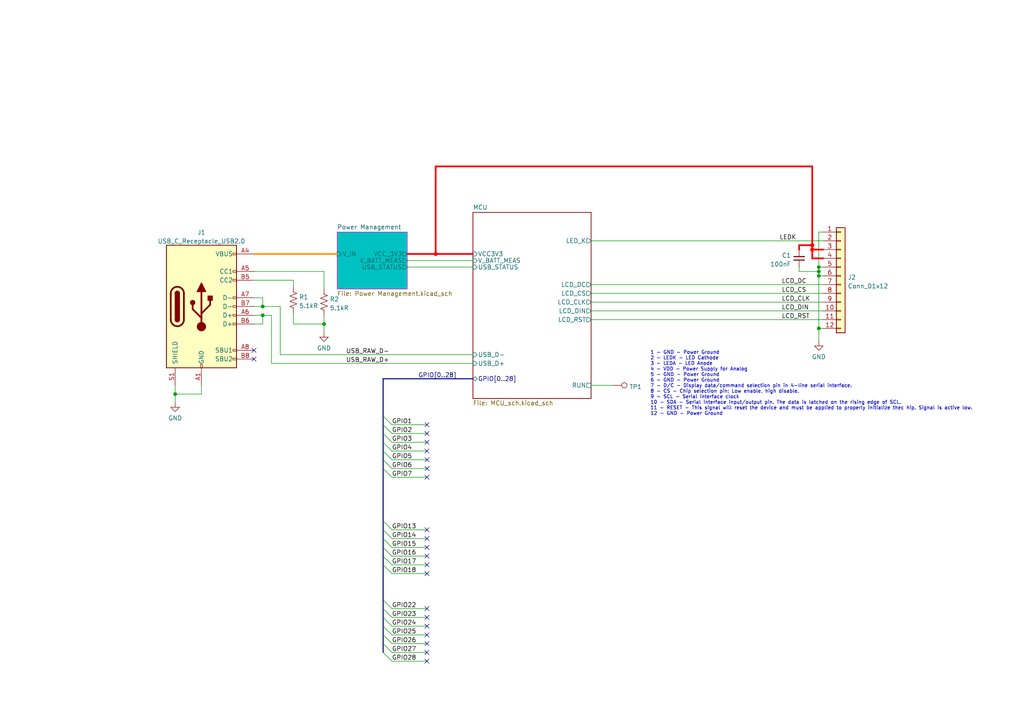
<source format=kicad_sch>
(kicad_sch (version 20211123) (generator eeschema)

  (uuid 91f030d7-eafe-4bb7-b6cf-06e5cdf06145)

  (paper "A4")

  (title_block
    (title "kt_sysadminBadge: Top level")
    (date "2022-03-26")
    (rev "00")
    (company "Kairotronix")
  )

  (lib_symbols
    (symbol "Connector:TestPoint" (pin_numbers hide) (pin_names (offset 0.762) hide) (in_bom yes) (on_board yes)
      (property "Reference" "TP" (id 0) (at 0 6.858 0)
        (effects (font (size 1.27 1.27)))
      )
      (property "Value" "TestPoint" (id 1) (at 0 5.08 0)
        (effects (font (size 1.27 1.27)))
      )
      (property "Footprint" "" (id 2) (at 5.08 0 0)
        (effects (font (size 1.27 1.27)) hide)
      )
      (property "Datasheet" "~" (id 3) (at 5.08 0 0)
        (effects (font (size 1.27 1.27)) hide)
      )
      (property "ki_keywords" "test point tp" (id 4) (at 0 0 0)
        (effects (font (size 1.27 1.27)) hide)
      )
      (property "ki_description" "test point" (id 5) (at 0 0 0)
        (effects (font (size 1.27 1.27)) hide)
      )
      (property "ki_fp_filters" "Pin* Test*" (id 6) (at 0 0 0)
        (effects (font (size 1.27 1.27)) hide)
      )
      (symbol "TestPoint_0_1"
        (circle (center 0 3.302) (radius 0.762)
          (stroke (width 0) (type default) (color 0 0 0 0))
          (fill (type none))
        )
      )
      (symbol "TestPoint_1_1"
        (pin passive line (at 0 0 90) (length 2.54)
          (name "1" (effects (font (size 1.27 1.27))))
          (number "1" (effects (font (size 1.27 1.27))))
        )
      )
    )
    (symbol "Connector:USB_C_Receptacle_USB2.0" (pin_names (offset 1.016)) (in_bom yes) (on_board yes)
      (property "Reference" "J" (id 0) (at -10.16 19.05 0)
        (effects (font (size 1.27 1.27)) (justify left))
      )
      (property "Value" "USB_C_Receptacle_USB2.0" (id 1) (at 19.05 19.05 0)
        (effects (font (size 1.27 1.27)) (justify right))
      )
      (property "Footprint" "" (id 2) (at 3.81 0 0)
        (effects (font (size 1.27 1.27)) hide)
      )
      (property "Datasheet" "https://www.usb.org/sites/default/files/documents/usb_type-c.zip" (id 3) (at 3.81 0 0)
        (effects (font (size 1.27 1.27)) hide)
      )
      (property "ki_keywords" "usb universal serial bus type-C USB2.0" (id 4) (at 0 0 0)
        (effects (font (size 1.27 1.27)) hide)
      )
      (property "ki_description" "USB 2.0-only Type-C Receptacle connector" (id 5) (at 0 0 0)
        (effects (font (size 1.27 1.27)) hide)
      )
      (property "ki_fp_filters" "USB*C*Receptacle*" (id 6) (at 0 0 0)
        (effects (font (size 1.27 1.27)) hide)
      )
      (symbol "USB_C_Receptacle_USB2.0_0_0"
        (rectangle (start -0.254 -17.78) (end 0.254 -16.764)
          (stroke (width 0) (type default) (color 0 0 0 0))
          (fill (type none))
        )
        (rectangle (start 10.16 -14.986) (end 9.144 -15.494)
          (stroke (width 0) (type default) (color 0 0 0 0))
          (fill (type none))
        )
        (rectangle (start 10.16 -12.446) (end 9.144 -12.954)
          (stroke (width 0) (type default) (color 0 0 0 0))
          (fill (type none))
        )
        (rectangle (start 10.16 -4.826) (end 9.144 -5.334)
          (stroke (width 0) (type default) (color 0 0 0 0))
          (fill (type none))
        )
        (rectangle (start 10.16 -2.286) (end 9.144 -2.794)
          (stroke (width 0) (type default) (color 0 0 0 0))
          (fill (type none))
        )
        (rectangle (start 10.16 0.254) (end 9.144 -0.254)
          (stroke (width 0) (type default) (color 0 0 0 0))
          (fill (type none))
        )
        (rectangle (start 10.16 2.794) (end 9.144 2.286)
          (stroke (width 0) (type default) (color 0 0 0 0))
          (fill (type none))
        )
        (rectangle (start 10.16 7.874) (end 9.144 7.366)
          (stroke (width 0) (type default) (color 0 0 0 0))
          (fill (type none))
        )
        (rectangle (start 10.16 10.414) (end 9.144 9.906)
          (stroke (width 0) (type default) (color 0 0 0 0))
          (fill (type none))
        )
        (rectangle (start 10.16 15.494) (end 9.144 14.986)
          (stroke (width 0) (type default) (color 0 0 0 0))
          (fill (type none))
        )
      )
      (symbol "USB_C_Receptacle_USB2.0_0_1"
        (rectangle (start -10.16 17.78) (end 10.16 -17.78)
          (stroke (width 0.254) (type default) (color 0 0 0 0))
          (fill (type background))
        )
        (arc (start -8.89 -3.81) (mid -6.985 -5.715) (end -5.08 -3.81)
          (stroke (width 0.508) (type default) (color 0 0 0 0))
          (fill (type none))
        )
        (arc (start -7.62 -3.81) (mid -6.985 -4.445) (end -6.35 -3.81)
          (stroke (width 0.254) (type default) (color 0 0 0 0))
          (fill (type none))
        )
        (arc (start -7.62 -3.81) (mid -6.985 -4.445) (end -6.35 -3.81)
          (stroke (width 0.254) (type default) (color 0 0 0 0))
          (fill (type outline))
        )
        (rectangle (start -7.62 -3.81) (end -6.35 3.81)
          (stroke (width 0.254) (type default) (color 0 0 0 0))
          (fill (type outline))
        )
        (arc (start -6.35 3.81) (mid -6.985 4.445) (end -7.62 3.81)
          (stroke (width 0.254) (type default) (color 0 0 0 0))
          (fill (type none))
        )
        (arc (start -6.35 3.81) (mid -6.985 4.445) (end -7.62 3.81)
          (stroke (width 0.254) (type default) (color 0 0 0 0))
          (fill (type outline))
        )
        (arc (start -5.08 3.81) (mid -6.985 5.715) (end -8.89 3.81)
          (stroke (width 0.508) (type default) (color 0 0 0 0))
          (fill (type none))
        )
        (circle (center -2.54 1.143) (radius 0.635)
          (stroke (width 0.254) (type default) (color 0 0 0 0))
          (fill (type outline))
        )
        (circle (center 0 -5.842) (radius 1.27)
          (stroke (width 0) (type default) (color 0 0 0 0))
          (fill (type outline))
        )
        (polyline
          (pts
            (xy -8.89 -3.81)
            (xy -8.89 3.81)
          )
          (stroke (width 0.508) (type default) (color 0 0 0 0))
          (fill (type none))
        )
        (polyline
          (pts
            (xy -5.08 3.81)
            (xy -5.08 -3.81)
          )
          (stroke (width 0.508) (type default) (color 0 0 0 0))
          (fill (type none))
        )
        (polyline
          (pts
            (xy 0 -5.842)
            (xy 0 4.318)
          )
          (stroke (width 0.508) (type default) (color 0 0 0 0))
          (fill (type none))
        )
        (polyline
          (pts
            (xy 0 -3.302)
            (xy -2.54 -0.762)
            (xy -2.54 0.508)
          )
          (stroke (width 0.508) (type default) (color 0 0 0 0))
          (fill (type none))
        )
        (polyline
          (pts
            (xy 0 -2.032)
            (xy 2.54 0.508)
            (xy 2.54 1.778)
          )
          (stroke (width 0.508) (type default) (color 0 0 0 0))
          (fill (type none))
        )
        (polyline
          (pts
            (xy -1.27 4.318)
            (xy 0 6.858)
            (xy 1.27 4.318)
            (xy -1.27 4.318)
          )
          (stroke (width 0.254) (type default) (color 0 0 0 0))
          (fill (type outline))
        )
        (rectangle (start 1.905 1.778) (end 3.175 3.048)
          (stroke (width 0.254) (type default) (color 0 0 0 0))
          (fill (type outline))
        )
      )
      (symbol "USB_C_Receptacle_USB2.0_1_1"
        (pin passive line (at 0 -22.86 90) (length 5.08)
          (name "GND" (effects (font (size 1.27 1.27))))
          (number "A1" (effects (font (size 1.27 1.27))))
        )
        (pin passive line (at 0 -22.86 90) (length 5.08) hide
          (name "GND" (effects (font (size 1.27 1.27))))
          (number "A12" (effects (font (size 1.27 1.27))))
        )
        (pin passive line (at 15.24 15.24 180) (length 5.08)
          (name "VBUS" (effects (font (size 1.27 1.27))))
          (number "A4" (effects (font (size 1.27 1.27))))
        )
        (pin bidirectional line (at 15.24 10.16 180) (length 5.08)
          (name "CC1" (effects (font (size 1.27 1.27))))
          (number "A5" (effects (font (size 1.27 1.27))))
        )
        (pin bidirectional line (at 15.24 -2.54 180) (length 5.08)
          (name "D+" (effects (font (size 1.27 1.27))))
          (number "A6" (effects (font (size 1.27 1.27))))
        )
        (pin bidirectional line (at 15.24 2.54 180) (length 5.08)
          (name "D-" (effects (font (size 1.27 1.27))))
          (number "A7" (effects (font (size 1.27 1.27))))
        )
        (pin bidirectional line (at 15.24 -12.7 180) (length 5.08)
          (name "SBU1" (effects (font (size 1.27 1.27))))
          (number "A8" (effects (font (size 1.27 1.27))))
        )
        (pin passive line (at 15.24 15.24 180) (length 5.08) hide
          (name "VBUS" (effects (font (size 1.27 1.27))))
          (number "A9" (effects (font (size 1.27 1.27))))
        )
        (pin passive line (at 0 -22.86 90) (length 5.08) hide
          (name "GND" (effects (font (size 1.27 1.27))))
          (number "B1" (effects (font (size 1.27 1.27))))
        )
        (pin passive line (at 0 -22.86 90) (length 5.08) hide
          (name "GND" (effects (font (size 1.27 1.27))))
          (number "B12" (effects (font (size 1.27 1.27))))
        )
        (pin passive line (at 15.24 15.24 180) (length 5.08) hide
          (name "VBUS" (effects (font (size 1.27 1.27))))
          (number "B4" (effects (font (size 1.27 1.27))))
        )
        (pin bidirectional line (at 15.24 7.62 180) (length 5.08)
          (name "CC2" (effects (font (size 1.27 1.27))))
          (number "B5" (effects (font (size 1.27 1.27))))
        )
        (pin bidirectional line (at 15.24 -5.08 180) (length 5.08)
          (name "D+" (effects (font (size 1.27 1.27))))
          (number "B6" (effects (font (size 1.27 1.27))))
        )
        (pin bidirectional line (at 15.24 0 180) (length 5.08)
          (name "D-" (effects (font (size 1.27 1.27))))
          (number "B7" (effects (font (size 1.27 1.27))))
        )
        (pin bidirectional line (at 15.24 -15.24 180) (length 5.08)
          (name "SBU2" (effects (font (size 1.27 1.27))))
          (number "B8" (effects (font (size 1.27 1.27))))
        )
        (pin passive line (at 15.24 15.24 180) (length 5.08) hide
          (name "VBUS" (effects (font (size 1.27 1.27))))
          (number "B9" (effects (font (size 1.27 1.27))))
        )
        (pin passive line (at -7.62 -22.86 90) (length 5.08)
          (name "SHIELD" (effects (font (size 1.27 1.27))))
          (number "S1" (effects (font (size 1.27 1.27))))
        )
      )
    )
    (symbol "Connector_Generic:Conn_01x12" (pin_names (offset 1.016) hide) (in_bom yes) (on_board yes)
      (property "Reference" "J" (id 0) (at 0 15.24 0)
        (effects (font (size 1.27 1.27)))
      )
      (property "Value" "Conn_01x12" (id 1) (at 0 -17.78 0)
        (effects (font (size 1.27 1.27)))
      )
      (property "Footprint" "" (id 2) (at 0 0 0)
        (effects (font (size 1.27 1.27)) hide)
      )
      (property "Datasheet" "~" (id 3) (at 0 0 0)
        (effects (font (size 1.27 1.27)) hide)
      )
      (property "ki_keywords" "connector" (id 4) (at 0 0 0)
        (effects (font (size 1.27 1.27)) hide)
      )
      (property "ki_description" "Generic connector, single row, 01x12, script generated (kicad-library-utils/schlib/autogen/connector/)" (id 5) (at 0 0 0)
        (effects (font (size 1.27 1.27)) hide)
      )
      (property "ki_fp_filters" "Connector*:*_1x??_*" (id 6) (at 0 0 0)
        (effects (font (size 1.27 1.27)) hide)
      )
      (symbol "Conn_01x12_1_1"
        (rectangle (start -1.27 -15.113) (end 0 -15.367)
          (stroke (width 0.1524) (type default) (color 0 0 0 0))
          (fill (type none))
        )
        (rectangle (start -1.27 -12.573) (end 0 -12.827)
          (stroke (width 0.1524) (type default) (color 0 0 0 0))
          (fill (type none))
        )
        (rectangle (start -1.27 -10.033) (end 0 -10.287)
          (stroke (width 0.1524) (type default) (color 0 0 0 0))
          (fill (type none))
        )
        (rectangle (start -1.27 -7.493) (end 0 -7.747)
          (stroke (width 0.1524) (type default) (color 0 0 0 0))
          (fill (type none))
        )
        (rectangle (start -1.27 -4.953) (end 0 -5.207)
          (stroke (width 0.1524) (type default) (color 0 0 0 0))
          (fill (type none))
        )
        (rectangle (start -1.27 -2.413) (end 0 -2.667)
          (stroke (width 0.1524) (type default) (color 0 0 0 0))
          (fill (type none))
        )
        (rectangle (start -1.27 0.127) (end 0 -0.127)
          (stroke (width 0.1524) (type default) (color 0 0 0 0))
          (fill (type none))
        )
        (rectangle (start -1.27 2.667) (end 0 2.413)
          (stroke (width 0.1524) (type default) (color 0 0 0 0))
          (fill (type none))
        )
        (rectangle (start -1.27 5.207) (end 0 4.953)
          (stroke (width 0.1524) (type default) (color 0 0 0 0))
          (fill (type none))
        )
        (rectangle (start -1.27 7.747) (end 0 7.493)
          (stroke (width 0.1524) (type default) (color 0 0 0 0))
          (fill (type none))
        )
        (rectangle (start -1.27 10.287) (end 0 10.033)
          (stroke (width 0.1524) (type default) (color 0 0 0 0))
          (fill (type none))
        )
        (rectangle (start -1.27 12.827) (end 0 12.573)
          (stroke (width 0.1524) (type default) (color 0 0 0 0))
          (fill (type none))
        )
        (rectangle (start -1.27 13.97) (end 1.27 -16.51)
          (stroke (width 0.254) (type default) (color 0 0 0 0))
          (fill (type background))
        )
        (pin passive line (at -5.08 12.7 0) (length 3.81)
          (name "Pin_1" (effects (font (size 1.27 1.27))))
          (number "1" (effects (font (size 1.27 1.27))))
        )
        (pin passive line (at -5.08 -10.16 0) (length 3.81)
          (name "Pin_10" (effects (font (size 1.27 1.27))))
          (number "10" (effects (font (size 1.27 1.27))))
        )
        (pin passive line (at -5.08 -12.7 0) (length 3.81)
          (name "Pin_11" (effects (font (size 1.27 1.27))))
          (number "11" (effects (font (size 1.27 1.27))))
        )
        (pin passive line (at -5.08 -15.24 0) (length 3.81)
          (name "Pin_12" (effects (font (size 1.27 1.27))))
          (number "12" (effects (font (size 1.27 1.27))))
        )
        (pin passive line (at -5.08 10.16 0) (length 3.81)
          (name "Pin_2" (effects (font (size 1.27 1.27))))
          (number "2" (effects (font (size 1.27 1.27))))
        )
        (pin passive line (at -5.08 7.62 0) (length 3.81)
          (name "Pin_3" (effects (font (size 1.27 1.27))))
          (number "3" (effects (font (size 1.27 1.27))))
        )
        (pin passive line (at -5.08 5.08 0) (length 3.81)
          (name "Pin_4" (effects (font (size 1.27 1.27))))
          (number "4" (effects (font (size 1.27 1.27))))
        )
        (pin passive line (at -5.08 2.54 0) (length 3.81)
          (name "Pin_5" (effects (font (size 1.27 1.27))))
          (number "5" (effects (font (size 1.27 1.27))))
        )
        (pin passive line (at -5.08 0 0) (length 3.81)
          (name "Pin_6" (effects (font (size 1.27 1.27))))
          (number "6" (effects (font (size 1.27 1.27))))
        )
        (pin passive line (at -5.08 -2.54 0) (length 3.81)
          (name "Pin_7" (effects (font (size 1.27 1.27))))
          (number "7" (effects (font (size 1.27 1.27))))
        )
        (pin passive line (at -5.08 -5.08 0) (length 3.81)
          (name "Pin_8" (effects (font (size 1.27 1.27))))
          (number "8" (effects (font (size 1.27 1.27))))
        )
        (pin passive line (at -5.08 -7.62 0) (length 3.81)
          (name "Pin_9" (effects (font (size 1.27 1.27))))
          (number "9" (effects (font (size 1.27 1.27))))
        )
      )
    )
    (symbol "Device:C_Small" (pin_numbers hide) (pin_names (offset 0.254) hide) (in_bom yes) (on_board yes)
      (property "Reference" "C" (id 0) (at 0.254 1.778 0)
        (effects (font (size 1.27 1.27)) (justify left))
      )
      (property "Value" "C_Small" (id 1) (at 0.254 -2.032 0)
        (effects (font (size 1.27 1.27)) (justify left))
      )
      (property "Footprint" "" (id 2) (at 0 0 0)
        (effects (font (size 1.27 1.27)) hide)
      )
      (property "Datasheet" "~" (id 3) (at 0 0 0)
        (effects (font (size 1.27 1.27)) hide)
      )
      (property "ki_keywords" "capacitor cap" (id 4) (at 0 0 0)
        (effects (font (size 1.27 1.27)) hide)
      )
      (property "ki_description" "Unpolarized capacitor, small symbol" (id 5) (at 0 0 0)
        (effects (font (size 1.27 1.27)) hide)
      )
      (property "ki_fp_filters" "C_*" (id 6) (at 0 0 0)
        (effects (font (size 1.27 1.27)) hide)
      )
      (symbol "C_Small_0_1"
        (polyline
          (pts
            (xy -1.524 -0.508)
            (xy 1.524 -0.508)
          )
          (stroke (width 0.3302) (type default) (color 0 0 0 0))
          (fill (type none))
        )
        (polyline
          (pts
            (xy -1.524 0.508)
            (xy 1.524 0.508)
          )
          (stroke (width 0.3048) (type default) (color 0 0 0 0))
          (fill (type none))
        )
      )
      (symbol "C_Small_1_1"
        (pin passive line (at 0 2.54 270) (length 2.032)
          (name "~" (effects (font (size 1.27 1.27))))
          (number "1" (effects (font (size 1.27 1.27))))
        )
        (pin passive line (at 0 -2.54 90) (length 2.032)
          (name "~" (effects (font (size 1.27 1.27))))
          (number "2" (effects (font (size 1.27 1.27))))
        )
      )
    )
    (symbol "Device:R_US" (pin_numbers hide) (pin_names (offset 0)) (in_bom yes) (on_board yes)
      (property "Reference" "R" (id 0) (at 2.54 0 90)
        (effects (font (size 1.27 1.27)))
      )
      (property "Value" "R_US" (id 1) (at -2.54 0 90)
        (effects (font (size 1.27 1.27)))
      )
      (property "Footprint" "" (id 2) (at 1.016 -0.254 90)
        (effects (font (size 1.27 1.27)) hide)
      )
      (property "Datasheet" "~" (id 3) (at 0 0 0)
        (effects (font (size 1.27 1.27)) hide)
      )
      (property "ki_keywords" "R res resistor" (id 4) (at 0 0 0)
        (effects (font (size 1.27 1.27)) hide)
      )
      (property "ki_description" "Resistor, US symbol" (id 5) (at 0 0 0)
        (effects (font (size 1.27 1.27)) hide)
      )
      (property "ki_fp_filters" "R_*" (id 6) (at 0 0 0)
        (effects (font (size 1.27 1.27)) hide)
      )
      (symbol "R_US_0_1"
        (polyline
          (pts
            (xy 0 -2.286)
            (xy 0 -2.54)
          )
          (stroke (width 0) (type default) (color 0 0 0 0))
          (fill (type none))
        )
        (polyline
          (pts
            (xy 0 2.286)
            (xy 0 2.54)
          )
          (stroke (width 0) (type default) (color 0 0 0 0))
          (fill (type none))
        )
        (polyline
          (pts
            (xy 0 -0.762)
            (xy 1.016 -1.143)
            (xy 0 -1.524)
            (xy -1.016 -1.905)
            (xy 0 -2.286)
          )
          (stroke (width 0) (type default) (color 0 0 0 0))
          (fill (type none))
        )
        (polyline
          (pts
            (xy 0 0.762)
            (xy 1.016 0.381)
            (xy 0 0)
            (xy -1.016 -0.381)
            (xy 0 -0.762)
          )
          (stroke (width 0) (type default) (color 0 0 0 0))
          (fill (type none))
        )
        (polyline
          (pts
            (xy 0 2.286)
            (xy 1.016 1.905)
            (xy 0 1.524)
            (xy -1.016 1.143)
            (xy 0 0.762)
          )
          (stroke (width 0) (type default) (color 0 0 0 0))
          (fill (type none))
        )
      )
      (symbol "R_US_1_1"
        (pin passive line (at 0 3.81 270) (length 1.27)
          (name "~" (effects (font (size 1.27 1.27))))
          (number "1" (effects (font (size 1.27 1.27))))
        )
        (pin passive line (at 0 -3.81 90) (length 1.27)
          (name "~" (effects (font (size 1.27 1.27))))
          (number "2" (effects (font (size 1.27 1.27))))
        )
      )
    )
    (symbol "power:GND" (power) (pin_names (offset 0)) (in_bom yes) (on_board yes)
      (property "Reference" "#PWR" (id 0) (at 0 -6.35 0)
        (effects (font (size 1.27 1.27)) hide)
      )
      (property "Value" "GND" (id 1) (at 0 -3.81 0)
        (effects (font (size 1.27 1.27)))
      )
      (property "Footprint" "" (id 2) (at 0 0 0)
        (effects (font (size 1.27 1.27)) hide)
      )
      (property "Datasheet" "" (id 3) (at 0 0 0)
        (effects (font (size 1.27 1.27)) hide)
      )
      (property "ki_keywords" "power-flag" (id 4) (at 0 0 0)
        (effects (font (size 1.27 1.27)) hide)
      )
      (property "ki_description" "Power symbol creates a global label with name \"GND\" , ground" (id 5) (at 0 0 0)
        (effects (font (size 1.27 1.27)) hide)
      )
      (symbol "GND_0_1"
        (polyline
          (pts
            (xy 0 0)
            (xy 0 -1.27)
            (xy 1.27 -1.27)
            (xy 0 -2.54)
            (xy -1.27 -1.27)
            (xy 0 -1.27)
          )
          (stroke (width 0) (type default) (color 0 0 0 0))
          (fill (type none))
        )
      )
      (symbol "GND_1_1"
        (pin power_in line (at 0 0 270) (length 0) hide
          (name "GND" (effects (font (size 1.27 1.27))))
          (number "1" (effects (font (size 1.27 1.27))))
        )
      )
    )
  )

  (junction (at 235.585 72.39) (diameter 1) (color 255 0 0 1)
    (uuid 02c31294-60e3-435b-842d-d9379ea8a9f5)
  )
  (junction (at 237.49 80.01) (diameter 0) (color 0 0 0 0)
    (uuid 39c8b9a0-c076-4456-8cdb-57003666e4ce)
  )
  (junction (at 237.49 95.25) (diameter 0) (color 0 0 0 0)
    (uuid 4252d58e-2c01-4478-a102-91c99d3e3ffa)
  )
  (junction (at 76.2 91.44) (diameter 0) (color 0 0 0 0)
    (uuid 4af2a20d-82c5-4596-8baa-f79a69875905)
  )
  (junction (at 237.49 77.47) (diameter 0) (color 0 0 0 0)
    (uuid 51fb8ecf-ec94-4d32-8ef7-4d191198ed9b)
  )
  (junction (at 126.365 73.66) (diameter 1) (color 255 0 0 1)
    (uuid 542a7729-aa8c-4b9b-a671-ceb41b9c5833)
  )
  (junction (at 50.8 114.3) (diameter 0) (color 0 0 0 0)
    (uuid ac0c7365-5d3b-4187-9463-600dce93729f)
  )
  (junction (at 237.49 78.74) (diameter 0) (color 0 0 0 0)
    (uuid b8d53eb4-5401-4e39-b257-9247611db991)
  )
  (junction (at 93.98 93.98) (diameter 0) (color 0 0 0 0)
    (uuid cabf706f-f24b-4cce-94c1-7ed04b739364)
  )
  (junction (at 235.585 71.12) (diameter 1) (color 255 0 0 1)
    (uuid d66433f5-923f-411c-9ae7-25325ecf73d2)
  )
  (junction (at 76.2 88.9) (diameter 0) (color 0 0 0 0)
    (uuid e64d7f2d-7212-439c-8c2a-88aadfd5c1bc)
  )

  (no_connect (at 123.825 158.75) (uuid 04fa309e-75db-42a1-97a7-dfc8919fd305))
  (no_connect (at 123.825 123.19) (uuid 0988fee7-6b3e-4a4e-bad7-957d7e5f3fb6))
  (no_connect (at 123.825 186.69) (uuid 182d213a-2bb0-47f4-9bff-c249be923304))
  (no_connect (at 123.825 138.43) (uuid 1b6757a5-10f7-4159-9ed6-97560a04fe31))
  (no_connect (at 123.8763 133.35) (uuid 27d29e97-bd43-4de5-963b-65ca9264e5df))
  (no_connect (at 123.825 166.37) (uuid 299b4e82-e8f1-4cc2-be66-6ef449e3ca9b))
  (no_connect (at 123.825 130.81) (uuid 463e7a57-a814-4380-92c8-449efe70d9c1))
  (no_connect (at 123.825 125.73) (uuid 48e0c0e5-3190-442a-a56f-c3ce39682770))
  (no_connect (at 123.825 179.07) (uuid 705a6212-6c29-4447-9c67-4ecc07cb1b99))
  (no_connect (at 123.825 153.67) (uuid 7c12a332-c881-4586-b399-ee65479bbbd7))
  (no_connect (at 123.7996 191.77) (uuid 7ebbada9-52b0-4534-ae35-f05ddf15282f))
  (no_connect (at 123.825 184.15) (uuid 9216e244-42ef-4ed1-a8f7-853d789b8b3a))
  (no_connect (at 123.825 161.29) (uuid 92aebe71-ccbe-4405-8ef2-2d5380cfebad))
  (no_connect (at 123.825 176.53) (uuid 976b6c64-ff0f-40fc-afc7-86c483636f92))
  (no_connect (at 73.66 104.14) (uuid 9e401848-6a76-4d8e-be5f-423ee81b0fdf))
  (no_connect (at 73.66 101.6) (uuid 9e401848-6a76-4d8e-be5f-423ee81b0fe0))
  (no_connect (at 123.825 181.61) (uuid a9c0a2cb-f7fc-4a3b-9c0b-b9e3d9d832e9))
  (no_connect (at 123.825 128.27) (uuid b9de9139-6fa1-4801-9ce7-8eef4cc701f2))
  (no_connect (at 123.825 156.21) (uuid bf152057-4a80-4b1b-8202-bc9dba409967))
  (no_connect (at 123.825 163.83) (uuid d533b472-bfdb-41d6-8410-77dc2f8ebb2b))
  (no_connect (at 123.8763 135.89) (uuid d8f9b7bd-79cf-4787-9c70-fa63dfbded01))
  (no_connect (at 123.7996 189.23) (uuid dc3d7d61-cd37-4006-acbf-45b180df3175))

  (bus_entry (at 111.125 153.67) (size 2.54 2.54)
    (stroke (width 0) (type default) (color 0 0 0 0))
    (uuid 08791dc2-5694-4c92-a274-e95169c8747a)
  )
  (bus_entry (at 111.125 133.35) (size 2.54 2.54)
    (stroke (width 0) (type default) (color 0 0 0 0))
    (uuid 0ea37541-fadc-4197-b612-4ea6c1c244ed)
  )
  (bus_entry (at 111.125 123.19) (size 2.54 2.54)
    (stroke (width 0) (type default) (color 0 0 0 0))
    (uuid 321578a7-7b51-4337-a841-935302c278e8)
  )
  (bus_entry (at 111.125 186.69) (size 2.54 2.54)
    (stroke (width 0) (type default) (color 0 0 0 0))
    (uuid 55152ef4-1f10-4b26-b138-31141faf50b5)
  )
  (bus_entry (at 111.125 173.99) (size 2.54 2.54)
    (stroke (width 0) (type default) (color 0 0 0 0))
    (uuid 5784a9e7-f7f8-497e-a7f1-0212526aecd1)
  )
  (bus_entry (at 111.125 184.15) (size 2.54 2.54)
    (stroke (width 0) (type default) (color 0 0 0 0))
    (uuid 6bde8bb7-ff92-47f4-a27c-6bc7bc98f46c)
  )
  (bus_entry (at 111.125 181.61) (size 2.54 2.54)
    (stroke (width 0) (type default) (color 0 0 0 0))
    (uuid 716f8b17-4305-4fed-ae78-93e218da61f9)
  )
  (bus_entry (at 111.125 125.73) (size 2.54 2.54)
    (stroke (width 0) (type default) (color 0 0 0 0))
    (uuid 83405094-a4fc-44d1-9613-6d9644b44235)
  )
  (bus_entry (at 111.125 151.13) (size 2.54 2.54)
    (stroke (width 0) (type default) (color 0 0 0 0))
    (uuid 8c77cf4f-6100-426e-bfda-eeb47217cd99)
  )
  (bus_entry (at 111.125 189.23) (size 2.54 2.54)
    (stroke (width 0) (type default) (color 0 0 0 0))
    (uuid 961251e9-8621-4c38-8f98-8be8a917aadc)
  )
  (bus_entry (at 111.125 128.27) (size 2.54 2.54)
    (stroke (width 0) (type default) (color 0 0 0 0))
    (uuid 9e3c86bb-2058-4a13-9041-54a2805732d4)
  )
  (bus_entry (at 111.125 156.21) (size 2.54 2.54)
    (stroke (width 0) (type default) (color 0 0 0 0))
    (uuid bbd6b29b-b63f-422a-8358-4d6c026abcb3)
  )
  (bus_entry (at 111.125 135.89) (size 2.54 2.54)
    (stroke (width 0) (type default) (color 0 0 0 0))
    (uuid cb710120-1b24-4dbd-ba1f-5576108c7f44)
  )
  (bus_entry (at 111.125 179.07) (size 2.54 2.54)
    (stroke (width 0) (type default) (color 0 0 0 0))
    (uuid ce20b93d-d375-4085-b483-854c395112f4)
  )
  (bus_entry (at 111.125 163.83) (size 2.54 2.54)
    (stroke (width 0) (type default) (color 0 0 0 0))
    (uuid cf6775c1-e9c6-4153-9f86-5e9324f458b0)
  )
  (bus_entry (at 111.125 161.29) (size 2.54 2.54)
    (stroke (width 0) (type default) (color 0 0 0 0))
    (uuid e2784ea4-0fc6-46af-a6e9-f7f0971d9970)
  )
  (bus_entry (at 111.125 176.53) (size 2.54 2.54)
    (stroke (width 0) (type default) (color 0 0 0 0))
    (uuid e5855eeb-4267-4c5b-bd42-64be92b2cf27)
  )
  (bus_entry (at 111.125 120.65) (size 2.54 2.54)
    (stroke (width 0) (type default) (color 0 0 0 0))
    (uuid e7129754-9dfc-4b11-ba3e-a7d3e9fc1892)
  )
  (bus_entry (at 111.125 130.81) (size 2.54 2.54)
    (stroke (width 0) (type default) (color 0 0 0 0))
    (uuid fb5f12b0-24cf-4098-a802-06c452af1f0d)
  )
  (bus_entry (at 111.125 158.75) (size 2.54 2.54)
    (stroke (width 0) (type default) (color 0 0 0 0))
    (uuid fe7da789-122c-4130-809e-ceca07ddbe88)
  )

  (bus (pts (xy 111.125 176.53) (xy 111.125 179.07))
    (stroke (width 0) (type default) (color 0 0 0 0))
    (uuid 034d1efe-30b8-4053-9f5b-c9f8bfcf6c30)
  )
  (bus (pts (xy 111.125 186.69) (xy 111.125 189.23))
    (stroke (width 0) (type default) (color 0 0 0 0))
    (uuid 03fcd5fd-795d-4252-9121-d103423605eb)
  )

  (wire (pts (xy 73.66 81.28) (xy 85.09 81.28))
    (stroke (width 0) (type default) (color 0 0 0 0))
    (uuid 073e3776-8b08-4948-a274-ca4277080cbe)
  )
  (bus (pts (xy 111.125 161.29) (xy 111.125 163.83))
    (stroke (width 0) (type default) (color 0 0 0 0))
    (uuid 092bc00a-e585-4f99-a99e-3880bd69c313)
  )

  (wire (pts (xy 126.365 73.66) (xy 137.16 73.66))
    (stroke (width 0.5) (type solid) (color 255 0 0 1))
    (uuid 0fed5670-8dd2-4a9d-953c-69d8ffaf27a1)
  )
  (wire (pts (xy 237.49 77.47) (xy 237.49 67.31))
    (stroke (width 0) (type default) (color 0 0 0 0))
    (uuid 148b6254-d39f-4b4d-a6de-afb8ea52d8db)
  )
  (wire (pts (xy 171.45 69.85) (xy 238.76 69.85))
    (stroke (width 0) (type default) (color 0 0 0 0))
    (uuid 153a298f-c41d-48c6-b53d-6bd9c0944206)
  )
  (wire (pts (xy 113.665 133.35) (xy 123.8763 133.35))
    (stroke (width 0) (type default) (color 0 0 0 0))
    (uuid 15599897-c50a-40f4-b14e-729015710b8e)
  )
  (bus (pts (xy 111.125 135.89) (xy 111.125 151.13))
    (stroke (width 0) (type default) (color 0 0 0 0))
    (uuid 16ae064f-0b24-4396-a76c-77e82903796b)
  )

  (wire (pts (xy 85.09 93.98) (xy 93.98 93.98))
    (stroke (width 0) (type default) (color 0 0 0 0))
    (uuid 16bdf557-b2b5-4c93-9dff-017f121dcb4e)
  )
  (bus (pts (xy 111.125 181.61) (xy 111.125 184.15))
    (stroke (width 0) (type default) (color 0 0 0 0))
    (uuid 16c0b2f1-2bdd-48dd-b9d5-e4a9ce6422ca)
  )

  (wire (pts (xy 76.2 86.36) (xy 76.2 88.9))
    (stroke (width 0) (type default) (color 0 0 0 0))
    (uuid 16c5a478-f1c9-45c6-b1fa-92c62cacb6c7)
  )
  (wire (pts (xy 113.665 135.89) (xy 123.8763 135.89))
    (stroke (width 0) (type default) (color 0 0 0 0))
    (uuid 17d8472b-3d6d-4f39-b5be-ea303a24c1f4)
  )
  (wire (pts (xy 113.665 156.21) (xy 123.825 156.21))
    (stroke (width 0) (type default) (color 0 0 0 0))
    (uuid 1962c1c4-0fc9-4f4f-8210-cf5830d19323)
  )
  (wire (pts (xy 171.45 82.55) (xy 238.76 82.55))
    (stroke (width 0) (type default) (color 0 0 0 0))
    (uuid 1e31f726-646c-4cc0-90d5-35dbaaf65277)
  )
  (bus (pts (xy 111.125 120.65) (xy 111.125 123.19))
    (stroke (width 0) (type default) (color 0 0 0 0))
    (uuid 20055712-86e5-429b-b0cb-fc0595099850)
  )

  (wire (pts (xy 235.585 72.39) (xy 238.76 72.39))
    (stroke (width 0.5) (type default) (color 255 0 0 1))
    (uuid 20abed86-b947-4774-b438-18cfaf0423a5)
  )
  (bus (pts (xy 111.125 179.07) (xy 111.125 181.61))
    (stroke (width 0) (type default) (color 0 0 0 0))
    (uuid 20d92b5a-7da7-4e52-939b-355148183192)
  )

  (wire (pts (xy 50.8 116.84) (xy 50.8 114.3))
    (stroke (width 0) (type default) (color 0 0 0 0))
    (uuid 239b435a-583f-47b3-b2cc-0c38c9192f62)
  )
  (wire (pts (xy 113.665 186.69) (xy 123.825 186.69))
    (stroke (width 0) (type default) (color 0 0 0 0))
    (uuid 287d1559-6fb5-4cdb-b25f-467dabd2e8b8)
  )
  (wire (pts (xy 76.2 93.98) (xy 73.66 93.98))
    (stroke (width 0) (type default) (color 0 0 0 0))
    (uuid 2c4f4b7a-f858-4162-95b6-97656f528226)
  )
  (wire (pts (xy 113.665 123.19) (xy 123.825 123.19))
    (stroke (width 0) (type default) (color 0 0 0 0))
    (uuid 2d89fa40-1865-403a-b762-0580578a0f41)
  )
  (wire (pts (xy 238.76 95.25) (xy 237.49 95.25))
    (stroke (width 0) (type default) (color 0 0 0 0))
    (uuid 2e55190b-a42d-4d20-89a7-d2ebafc00098)
  )
  (wire (pts (xy 118.11 77.47) (xy 137.16 77.47))
    (stroke (width 0) (type default) (color 0 0 0 0))
    (uuid 31f509a0-0eac-45a8-ba27-5b78653aa0aa)
  )
  (wire (pts (xy 235.585 48.26) (xy 235.585 71.12))
    (stroke (width 0.5) (type default) (color 255 0 0 1))
    (uuid 33b947d0-cbfb-46f1-bb4b-d323f7f01d29)
  )
  (bus (pts (xy 111.125 163.83) (xy 111.125 173.99))
    (stroke (width 0) (type default) (color 0 0 0 0))
    (uuid 3496ab6d-526a-4ee3-b1b0-ee852efbf84f)
  )

  (wire (pts (xy 78.74 91.44) (xy 78.74 105.41))
    (stroke (width 0) (type default) (color 0 0 0 0))
    (uuid 353a655c-2b95-42e6-ac71-597707e50153)
  )
  (wire (pts (xy 50.8 114.3) (xy 58.42 114.3))
    (stroke (width 0) (type default) (color 0 0 0 0))
    (uuid 3569d4a9-a6b3-46b3-9197-434b0ccef56e)
  )
  (wire (pts (xy 113.665 158.75) (xy 123.825 158.75))
    (stroke (width 0) (type default) (color 0 0 0 0))
    (uuid 366ab28a-c9c0-434a-9b5b-304c5e487b05)
  )
  (wire (pts (xy 93.98 93.98) (xy 93.98 96.52))
    (stroke (width 0) (type default) (color 0 0 0 0))
    (uuid 39a3606e-076e-4b69-86f7-f99875e4074b)
  )
  (wire (pts (xy 126.365 73.66) (xy 126.365 48.26))
    (stroke (width 0.5) (type default) (color 255 0 0 1))
    (uuid 453f9982-3b9c-4ab2-9a83-8151fe87009d)
  )
  (wire (pts (xy 113.665 125.73) (xy 123.825 125.73))
    (stroke (width 0) (type default) (color 0 0 0 0))
    (uuid 459c743a-0187-489d-904b-7a5b9e93aa84)
  )
  (wire (pts (xy 113.665 191.77) (xy 123.7996 191.77))
    (stroke (width 0) (type default) (color 0 0 0 0))
    (uuid 461c2edf-6579-48dc-aa73-d568e31a5cc4)
  )
  (wire (pts (xy 73.66 78.74) (xy 93.98 78.74))
    (stroke (width 0) (type default) (color 0 0 0 0))
    (uuid 4a21604b-83e4-42fc-8afe-7383a246e650)
  )
  (wire (pts (xy 76.2 88.9) (xy 73.66 88.9))
    (stroke (width 0) (type default) (color 0 0 0 0))
    (uuid 4dc1f43b-84e8-4c54-b7d8-f4beb2fe0187)
  )
  (bus (pts (xy 111.125 109.855) (xy 111.125 120.65))
    (stroke (width 0) (type default) (color 0 0 0 0))
    (uuid 526169d6-7373-460c-9e5e-10b72f02c6e9)
  )
  (bus (pts (xy 111.125 153.67) (xy 111.125 156.21))
    (stroke (width 0) (type default) (color 0 0 0 0))
    (uuid 56bba994-6f1a-4f9d-8256-c43429a9ae86)
  )
  (bus (pts (xy 111.125 151.13) (xy 111.125 153.67))
    (stroke (width 0) (type default) (color 0 0 0 0))
    (uuid 5dab5ed8-66ae-4506-82ed-2537f2237a17)
  )

  (wire (pts (xy 237.49 80.01) (xy 238.76 80.01))
    (stroke (width 0) (type default) (color 0 0 0 0))
    (uuid 5f603657-b6d8-4950-a5fd-0b7b79b5473c)
  )
  (wire (pts (xy 73.66 86.36) (xy 76.2 86.36))
    (stroke (width 0) (type default) (color 0 0 0 0))
    (uuid 60ad9862-144b-4a16-8106-cab0c73a43e9)
  )
  (wire (pts (xy 231.775 78.74) (xy 237.49 78.74))
    (stroke (width 0) (type default) (color 0 0 0 0))
    (uuid 64dd7422-6741-4c89-827d-8cd947956fef)
  )
  (wire (pts (xy 113.665 189.23) (xy 123.7996 189.23))
    (stroke (width 0) (type default) (color 0 0 0 0))
    (uuid 6a45033a-1015-4b28-b961-3ad5de944798)
  )
  (wire (pts (xy 85.09 90.805) (xy 85.09 93.98))
    (stroke (width 0) (type default) (color 0 0 0 0))
    (uuid 6bec2dbc-5b19-483c-b1f5-5929e07de92b)
  )
  (wire (pts (xy 235.585 71.12) (xy 231.775 71.12))
    (stroke (width 0.5) (type default) (color 255 0 0 1))
    (uuid 6e79ce1f-d820-4b9e-9683-c8745dbb04b8)
  )
  (wire (pts (xy 237.49 78.74) (xy 237.49 77.47))
    (stroke (width 0) (type default) (color 0 0 0 0))
    (uuid 7052dacb-dc74-4b1e-8a7e-1e95abbbb8f0)
  )
  (bus (pts (xy 111.125 184.15) (xy 111.125 186.69))
    (stroke (width 0) (type default) (color 0 0 0 0))
    (uuid 7297eda5-05c5-4fba-88a4-523cc805db55)
  )
  (bus (pts (xy 111.125 130.81) (xy 111.125 133.35))
    (stroke (width 0) (type default) (color 0 0 0 0))
    (uuid 796aa132-e729-463e-9d3b-9e72a9cafc5d)
  )

  (wire (pts (xy 177.8 111.76) (xy 171.45 111.76))
    (stroke (width 0) (type default) (color 0 0 0 0))
    (uuid 7999d1f4-55fb-4ffb-ae41-1d14f44498a6)
  )
  (wire (pts (xy 171.45 92.71) (xy 238.76 92.71))
    (stroke (width 0) (type default) (color 0 0 0 0))
    (uuid 7b2653d3-5422-48f5-919b-ca2df962499b)
  )
  (bus (pts (xy 137.16 109.855) (xy 111.125 109.855))
    (stroke (width 0) (type default) (color 0 0 0 0))
    (uuid 7e4a7f72-d8a1-4ce6-9c4a-9ae01fbd7965)
  )
  (bus (pts (xy 111.125 128.27) (xy 111.125 130.81))
    (stroke (width 0) (type default) (color 0 0 0 0))
    (uuid 8509512a-f9de-44c6-9bcf-c0215cf8f06b)
  )

  (wire (pts (xy 78.74 105.41) (xy 137.16 105.41))
    (stroke (width 0) (type default) (color 0 0 0 0))
    (uuid 8b6d47b9-a5d5-49c4-999b-9ecc15aa6e04)
  )
  (bus (pts (xy 111.125 133.35) (xy 111.125 135.89))
    (stroke (width 0) (type default) (color 0 0 0 0))
    (uuid 8ddbc4d6-3403-4820-af6e-52c2ce8bb8f3)
  )

  (wire (pts (xy 235.585 71.12) (xy 235.585 72.39))
    (stroke (width 0.5) (type default) (color 255 0 0 1))
    (uuid 91172478-6eb2-4dd0-82a1-340571d2f05e)
  )
  (wire (pts (xy 118.11 75.565) (xy 137.16 75.565))
    (stroke (width 0) (type default) (color 0 0 0 0))
    (uuid 979c5a79-48f1-4eee-ad70-8e79bb5da7ab)
  )
  (wire (pts (xy 113.665 138.43) (xy 123.825 138.43))
    (stroke (width 0) (type default) (color 0 0 0 0))
    (uuid 9ac4ebf1-9c71-47c0-a06e-ccadd239e157)
  )
  (wire (pts (xy 93.98 78.74) (xy 93.98 83.82))
    (stroke (width 0) (type default) (color 0 0 0 0))
    (uuid 9be3a5f5-b54c-43a6-9ba9-304065a6ec23)
  )
  (wire (pts (xy 237.49 95.25) (xy 237.49 80.01))
    (stroke (width 0) (type default) (color 0 0 0 0))
    (uuid 9c9a0983-abed-4b7e-8736-2cd36572bce5)
  )
  (wire (pts (xy 93.98 91.44) (xy 93.98 93.98))
    (stroke (width 0) (type default) (color 0 0 0 0))
    (uuid 9dcb101e-3f68-4650-880b-ea00b634e392)
  )
  (bus (pts (xy 111.125 156.21) (xy 111.125 158.75))
    (stroke (width 0) (type default) (color 0 0 0 0))
    (uuid 9fe27315-6c94-4f42-95fb-01d52cf6feaa)
  )

  (wire (pts (xy 81.28 88.9) (xy 81.28 102.87))
    (stroke (width 0) (type default) (color 0 0 0 0))
    (uuid 9ff9e472-5d9b-4cd1-ae9f-d409e958cd01)
  )
  (wire (pts (xy 237.49 80.01) (xy 237.49 78.74))
    (stroke (width 0) (type default) (color 0 0 0 0))
    (uuid a0823234-3ea3-4055-a649-496b5a5694d9)
  )
  (wire (pts (xy 113.665 153.67) (xy 123.825 153.67))
    (stroke (width 0) (type default) (color 0 0 0 0))
    (uuid a2c3b782-1b53-403b-b359-34ce6c191907)
  )
  (wire (pts (xy 235.585 72.39) (xy 235.585 74.93))
    (stroke (width 0.5) (type default) (color 255 0 0 1))
    (uuid a792351e-e752-4d08-b980-835b85fda5d6)
  )
  (wire (pts (xy 113.665 161.29) (xy 123.825 161.29))
    (stroke (width 0) (type default) (color 0 0 0 0))
    (uuid ab350ec3-f3e6-47a9-a316-c4bf719e160d)
  )
  (wire (pts (xy 113.665 163.83) (xy 123.825 163.83))
    (stroke (width 0) (type default) (color 0 0 0 0))
    (uuid af5d5b4a-7b73-42f5-85bc-7950aabf3316)
  )
  (wire (pts (xy 113.665 128.27) (xy 123.825 128.27))
    (stroke (width 0) (type default) (color 0 0 0 0))
    (uuid b1e9b993-bdc3-4bb0-a75d-1c60ef339637)
  )
  (wire (pts (xy 171.45 90.17) (xy 238.76 90.17))
    (stroke (width 0) (type default) (color 0 0 0 0))
    (uuid b4293998-9265-467d-9379-8396896a20b3)
  )
  (wire (pts (xy 126.365 48.26) (xy 235.585 48.26))
    (stroke (width 0.5) (type default) (color 255 0 0 1))
    (uuid b57cd80c-3055-42fb-bd8a-748a19d74163)
  )
  (wire (pts (xy 76.2 91.44) (xy 76.2 93.98))
    (stroke (width 0) (type default) (color 0 0 0 0))
    (uuid b617ac89-847b-482f-a327-dda7d2627564)
  )
  (bus (pts (xy 111.125 125.73) (xy 111.125 128.27))
    (stroke (width 0) (type default) (color 0 0 0 0))
    (uuid b9f92b29-00df-46d5-9c9d-dcca059ab10e)
  )

  (wire (pts (xy 113.665 181.61) (xy 123.825 181.61))
    (stroke (width 0) (type default) (color 0 0 0 0))
    (uuid bc8dc3ac-0860-4109-9867-073d6b18017f)
  )
  (wire (pts (xy 113.665 130.81) (xy 123.825 130.81))
    (stroke (width 0) (type default) (color 0 0 0 0))
    (uuid bd317e5c-aa07-481c-93ef-d01d0d422f66)
  )
  (wire (pts (xy 171.45 85.09) (xy 238.76 85.09))
    (stroke (width 0) (type default) (color 0 0 0 0))
    (uuid c00a3fd2-af15-40f2-b980-7ff94a7d7ecc)
  )
  (wire (pts (xy 76.2 91.44) (xy 78.74 91.44))
    (stroke (width 0) (type default) (color 0 0 0 0))
    (uuid c33a2fcc-d514-4d78-87e9-3002e16eccad)
  )
  (wire (pts (xy 113.665 179.07) (xy 123.825 179.07))
    (stroke (width 0) (type default) (color 0 0 0 0))
    (uuid c4e38bae-e3f8-4e35-a05f-bca5c0f9589a)
  )
  (wire (pts (xy 73.66 73.66) (xy 97.79 73.66))
    (stroke (width 0.5) (type default) (color 255 153 0 1))
    (uuid c622e2eb-3f79-4b7f-906c-6b510a820bc2)
  )
  (wire (pts (xy 118.11 73.66) (xy 126.365 73.66))
    (stroke (width 0.5) (type solid) (color 255 0 0 1))
    (uuid c83aaded-4a1d-43b1-9680-0d114605cdc0)
  )
  (wire (pts (xy 81.28 102.87) (xy 137.16 102.87))
    (stroke (width 0) (type default) (color 0 0 0 0))
    (uuid cb7f3fec-8bca-41e3-97f3-2a4c721a95b8)
  )
  (wire (pts (xy 73.66 91.44) (xy 76.2 91.44))
    (stroke (width 0) (type default) (color 0 0 0 0))
    (uuid cdd142dc-90d4-488c-96a2-8843fcee67b1)
  )
  (wire (pts (xy 237.49 67.31) (xy 238.76 67.31))
    (stroke (width 0) (type default) (color 0 0 0 0))
    (uuid ce08125d-2292-4302-be57-fb374277a528)
  )
  (bus (pts (xy 111.125 173.99) (xy 111.125 176.53))
    (stroke (width 0) (type default) (color 0 0 0 0))
    (uuid d126a95b-86e0-4348-a96e-13282f7f4596)
  )

  (wire (pts (xy 113.665 184.15) (xy 123.825 184.15))
    (stroke (width 0) (type default) (color 0 0 0 0))
    (uuid d6d8416a-3184-40b1-933d-af8c02abc9d7)
  )
  (wire (pts (xy 235.585 74.93) (xy 238.76 74.93))
    (stroke (width 0.5) (type default) (color 255 0 0 1))
    (uuid de24f162-1187-4bb0-9f13-e00cc65e1523)
  )
  (wire (pts (xy 50.8 114.3) (xy 50.8 111.76))
    (stroke (width 0) (type default) (color 0 0 0 0))
    (uuid de9d9951-5191-4dcb-9a79-b646596c41f8)
  )
  (wire (pts (xy 237.49 77.47) (xy 238.76 77.47))
    (stroke (width 0) (type default) (color 0 0 0 0))
    (uuid e17c2c43-5a7b-4993-87f2-9047ca76a06f)
  )
  (bus (pts (xy 111.125 123.19) (xy 111.125 125.73))
    (stroke (width 0) (type default) (color 0 0 0 0))
    (uuid e85ad788-2959-4723-a676-01c1d2473105)
  )

  (wire (pts (xy 231.775 71.12) (xy 231.775 72.39))
    (stroke (width 0.5) (type default) (color 255 0 0 1))
    (uuid ecd35aea-40b6-4024-a6bd-887353faf8e7)
  )
  (wire (pts (xy 76.2 88.9) (xy 81.28 88.9))
    (stroke (width 0) (type default) (color 0 0 0 0))
    (uuid efb46479-9cd0-4622-92c2-536bf03a190f)
  )
  (wire (pts (xy 231.775 77.47) (xy 231.775 78.74))
    (stroke (width 0) (type default) (color 0 0 0 0))
    (uuid f15a6a89-ce01-4869-ad75-6b927c5a6314)
  )
  (wire (pts (xy 113.665 176.53) (xy 123.825 176.53))
    (stroke (width 0) (type default) (color 0 0 0 0))
    (uuid f3fff093-d48c-406b-bf57-b1ab01bc20f6)
  )
  (bus (pts (xy 111.125 158.75) (xy 111.125 161.29))
    (stroke (width 0) (type default) (color 0 0 0 0))
    (uuid f654f999-79af-4bf7-93ef-3c063fd2be5c)
  )

  (wire (pts (xy 171.45 87.63) (xy 238.76 87.63))
    (stroke (width 0) (type default) (color 0 0 0 0))
    (uuid f8709ae1-c35a-43d4-ac6c-929dee71dded)
  )
  (wire (pts (xy 85.09 81.28) (xy 85.09 83.185))
    (stroke (width 0) (type default) (color 0 0 0 0))
    (uuid fbc0e15e-cb5a-471c-a0b1-f00d6e636b87)
  )
  (wire (pts (xy 58.42 111.76) (xy 58.42 114.3))
    (stroke (width 0) (type default) (color 0 0 0 0))
    (uuid fc1aa231-0b0b-4b77-9950-d4691179d594)
  )
  (wire (pts (xy 113.665 166.37) (xy 123.825 166.37))
    (stroke (width 0) (type default) (color 0 0 0 0))
    (uuid fce51637-3214-4826-be45-f9d3b81ea154)
  )
  (wire (pts (xy 237.49 95.25) (xy 237.49 99.06))
    (stroke (width 0) (type default) (color 0 0 0 0))
    (uuid ff01ee16-679b-4838-aad4-62c7af3626db)
  )

  (text "1 - GND - Power Ground\n2 - LEDK - LED Cathode\n3 - LEDA - LED Anode\n4 - VDD - Power Supply for Analog\n5 - GND - Power Ground\n6 - GND - Power Ground\n7 - D/C - Display data/command selection pin in 4-line serial interface.\n8 - CS - Chip selection pin; Low enable, high disable.\n9 - SCL - Serial interface clock\n10 - SDA - Serial interface input/output pin. The data is latched on the rising edge of SCL.\n11 - RESET - This signal will reset the device and must be applied to properly initialize thec hip. Signal is active low.\n12 - GND - Power Ground"
    (at 188.595 120.65 0)
    (effects (font (size 1 1)) (justify left bottom))
    (uuid 1e4eb31e-557d-45c8-ba7d-7bcbc103f3a9)
  )

  (label "GPIO26" (at 113.665 186.69 0)
    (effects (font (size 1.27 1.27)) (justify left bottom))
    (uuid 015dca0b-f5d4-4fff-b49e-a98bd9fab7ec)
  )
  (label "GPIO15" (at 113.665 158.75 0)
    (effects (font (size 1.27 1.27)) (justify left bottom))
    (uuid 02d4f0ef-39ea-4ee8-a294-6e6a64236195)
  )
  (label "GPIO13" (at 113.665 153.67 0)
    (effects (font (size 1.27 1.27)) (justify left bottom))
    (uuid 0a9cb13a-b97b-44c6-b4ef-b0e51ded934a)
  )
  (label "GPIO22" (at 113.665 176.53 0)
    (effects (font (size 1.27 1.27)) (justify left bottom))
    (uuid 13e5f74d-bb66-44ce-ae44-60a1f3733060)
  )
  (label "USB_RAW_D+" (at 100.33 105.41 0)
    (effects (font (size 1.27 1.27)) (justify left bottom))
    (uuid 1e699a31-17d1-4545-9fc8-cf36736013c7)
  )
  (label "LCD_CS" (at 226.695 85.09 0)
    (effects (font (size 1.27 1.27)) (justify left bottom))
    (uuid 304ee19f-eef8-4d87-9dae-fa81dfaf54c3)
  )
  (label "GPIO2" (at 113.665 125.73 0)
    (effects (font (size 1.27 1.27)) (justify left bottom))
    (uuid 3360f36b-828f-47a7-a409-6acde4800324)
  )
  (label "LCD_CLK" (at 226.695 87.63 0)
    (effects (font (size 1.27 1.27)) (justify left bottom))
    (uuid 354fa975-87bf-4b88-b23e-161ea440b59f)
  )
  (label "GPIO4" (at 113.665 130.81 0)
    (effects (font (size 1.27 1.27)) (justify left bottom))
    (uuid 368e0de7-0050-4c65-a285-b260235ef1d9)
  )
  (label "GPIO17" (at 113.665 163.83 0)
    (effects (font (size 1.27 1.27)) (justify left bottom))
    (uuid 3b20af24-eaa5-47a9-b86c-e4c698b6bf88)
  )
  (label "GPIO24" (at 113.665 181.61 0)
    (effects (font (size 1.27 1.27)) (justify left bottom))
    (uuid 4a187681-5751-4400-a751-22a3ade3bc38)
  )
  (label "LCD_RST" (at 226.695 92.71 0)
    (effects (font (size 1.27 1.27)) (justify left bottom))
    (uuid 4c408b07-260a-4faa-9bf6-7118d0979c83)
  )
  (label "GPIO7" (at 113.665 138.43 0)
    (effects (font (size 1.27 1.27)) (justify left bottom))
    (uuid 5023adb0-523a-497d-a668-5ea84bc64702)
  )
  (label "USB_RAW_D-" (at 100.33 102.87 0)
    (effects (font (size 1.27 1.27)) (justify left bottom))
    (uuid 5c8df39a-a547-4592-9ad7-c3eec53049d5)
  )
  (label "GPIO28" (at 113.665 191.77 0)
    (effects (font (size 1.27 1.27)) (justify left bottom))
    (uuid 612d620d-94fd-42e2-8d20-85aff328ea50)
  )
  (label "GPIO18" (at 113.665 166.37 0)
    (effects (font (size 1.27 1.27)) (justify left bottom))
    (uuid 64778b76-8e40-4adb-a677-8eb45473e62d)
  )
  (label "GPIO1" (at 113.665 123.19 0)
    (effects (font (size 1.27 1.27)) (justify left bottom))
    (uuid 6d1047f8-d87d-4e6b-983e-7a32e94a43d2)
  )
  (label "GPIO16" (at 113.665 161.29 0)
    (effects (font (size 1.27 1.27)) (justify left bottom))
    (uuid 7427826d-62bf-40a4-9d56-09e1d7bb2614)
  )
  (label "GPIO6" (at 113.665 135.89 0)
    (effects (font (size 1.27 1.27)) (justify left bottom))
    (uuid 8d9cf6e4-b06f-46ad-b062-578945ab4f36)
  )
  (label "GPIO25" (at 113.665 184.15 0)
    (effects (font (size 1.27 1.27)) (justify left bottom))
    (uuid 9c8a78e2-1e73-48df-85d0-6b451bda0d83)
  )
  (label "LEDK" (at 226.06 69.85 0)
    (effects (font (size 1.27 1.27)) (justify left bottom))
    (uuid a00383b3-f188-45dd-903c-bc38c64c3e22)
  )
  (label "GPIO[0..28]" (at 121.285 109.855 0)
    (effects (font (size 1.27 1.27)) (justify left bottom))
    (uuid b7d56452-9231-436f-ae85-f72e52170ab3)
  )
  (label "LCD_DC" (at 226.695 82.55 0)
    (effects (font (size 1.27 1.27)) (justify left bottom))
    (uuid ce6e9b30-e0a7-4340-a474-f76f16ff4627)
  )
  (label "GPIO27" (at 113.665 189.23 0)
    (effects (font (size 1.27 1.27)) (justify left bottom))
    (uuid da355980-e38a-469c-b019-5b64eef2880b)
  )
  (label "GPIO3" (at 113.665 128.27 0)
    (effects (font (size 1.27 1.27)) (justify left bottom))
    (uuid dabb3153-1c43-4a1e-9690-4cf994b41828)
  )
  (label "GPIO5" (at 113.665 133.35 0)
    (effects (font (size 1.27 1.27)) (justify left bottom))
    (uuid eee1e36c-c7f6-43f5-b02c-5bdaf0d0152b)
  )
  (label "LCD_DIN" (at 226.695 90.17 0)
    (effects (font (size 1.27 1.27)) (justify left bottom))
    (uuid f5b313f4-9bf7-461d-a51c-dc8880454d12)
  )
  (label "GPIO23" (at 113.665 179.07 0)
    (effects (font (size 1.27 1.27)) (justify left bottom))
    (uuid fa98f447-b370-47ca-8c3a-97a1583be5bd)
  )
  (label "GPIO14" (at 113.665 156.21 0)
    (effects (font (size 1.27 1.27)) (justify left bottom))
    (uuid ff8a07ed-1120-42ba-95ba-949b3c4de21f)
  )

  (symbol (lib_id "Device:R_US") (at 85.09 86.995 0) (unit 1)
    (in_bom yes) (on_board yes) (fields_autoplaced)
    (uuid 0d5dafb8-e4f3-4d96-90ba-ffa5af05e6bc)
    (property "Reference" "R1" (id 0) (at 86.741 86.1603 0)
      (effects (font (size 1.27 1.27)) (justify left))
    )
    (property "Value" "5.1kR" (id 1) (at 86.741 88.6972 0)
      (effects (font (size 1.27 1.27)) (justify left))
    )
    (property "Footprint" "Resistor_SMD:R_0603_1608Metric_Pad0.98x0.95mm_HandSolder" (id 2) (at 86.106 87.249 90)
      (effects (font (size 1.27 1.27)) hide)
    )
    (property "Datasheet" "~" (id 3) (at 85.09 86.995 0)
      (effects (font (size 1.27 1.27)) hide)
    )
    (property "MFG P/N" "" (id 4) (at 85.09 86.995 0)
      (effects (font (size 1.27 1.27)) hide)
    )
    (property "POPULATE" "YES" (id 5) (at 85.09 86.995 0)
      (effects (font (size 1.27 1.27)) hide)
    )
    (property "LCSC P/N" "" (id 6) (at 85.09 86.995 0)
      (effects (font (size 1.27 1.27)) hide)
    )
    (pin "1" (uuid b8e69d9a-646b-4c62-ad71-55cd4d0e1af0))
    (pin "2" (uuid 0a3fac1c-26fa-4155-8a72-4f4639a1842b))
  )

  (symbol (lib_id "power:GND") (at 50.8 116.84 0) (unit 1)
    (in_bom yes) (on_board yes) (fields_autoplaced)
    (uuid 2b0dad91-836c-42f8-9d02-a671d13e63e9)
    (property "Reference" "#PWR01" (id 0) (at 50.8 123.19 0)
      (effects (font (size 1.27 1.27)) hide)
    )
    (property "Value" "GND" (id 1) (at 50.8 121.2834 0))
    (property "Footprint" "" (id 2) (at 50.8 116.84 0)
      (effects (font (size 1.27 1.27)) hide)
    )
    (property "Datasheet" "" (id 3) (at 50.8 116.84 0)
      (effects (font (size 1.27 1.27)) hide)
    )
    (pin "1" (uuid 3524bd44-1d29-4b7b-8a4e-e1cd47d8e2d0))
  )

  (symbol (lib_id "power:GND") (at 237.49 99.06 0) (unit 1)
    (in_bom yes) (on_board yes) (fields_autoplaced)
    (uuid 34fd236e-cd6e-47f0-8b81-660bbc8e766b)
    (property "Reference" "#PWR03" (id 0) (at 237.49 105.41 0)
      (effects (font (size 1.27 1.27)) hide)
    )
    (property "Value" "GND" (id 1) (at 237.49 103.5034 0))
    (property "Footprint" "" (id 2) (at 237.49 99.06 0)
      (effects (font (size 1.27 1.27)) hide)
    )
    (property "Datasheet" "" (id 3) (at 237.49 99.06 0)
      (effects (font (size 1.27 1.27)) hide)
    )
    (pin "1" (uuid ee3285d5-2065-42cd-b34a-c0166705eefb))
  )

  (symbol (lib_id "Device:R_US") (at 93.98 87.63 0) (unit 1)
    (in_bom yes) (on_board yes) (fields_autoplaced)
    (uuid 3ec052b5-2494-43f0-b505-457936f2b686)
    (property "Reference" "R2" (id 0) (at 95.631 86.7953 0)
      (effects (font (size 1.27 1.27)) (justify left))
    )
    (property "Value" "5.1kR" (id 1) (at 95.631 89.3322 0)
      (effects (font (size 1.27 1.27)) (justify left))
    )
    (property "Footprint" "Resistor_SMD:R_0603_1608Metric_Pad0.98x0.95mm_HandSolder" (id 2) (at 94.996 87.884 90)
      (effects (font (size 1.27 1.27)) hide)
    )
    (property "Datasheet" "~" (id 3) (at 93.98 87.63 0)
      (effects (font (size 1.27 1.27)) hide)
    )
    (property "MFG P/N" "" (id 4) (at 93.98 87.63 0)
      (effects (font (size 1.27 1.27)) hide)
    )
    (property "POPULATE" "YES" (id 5) (at 93.98 87.63 0)
      (effects (font (size 1.27 1.27)) hide)
    )
    (property "LCSC P/N" "" (id 6) (at 93.98 87.63 0)
      (effects (font (size 1.27 1.27)) hide)
    )
    (pin "1" (uuid 3284dcf0-6040-4022-ba5e-28f440433d63))
    (pin "2" (uuid 416d1c8c-2b29-4b2a-be6d-be35c3104dc6))
  )

  (symbol (lib_id "power:GND") (at 93.98 96.52 0) (unit 1)
    (in_bom yes) (on_board yes) (fields_autoplaced)
    (uuid 4318b7b7-acb0-4886-bb41-2ad34ea301ee)
    (property "Reference" "#PWR02" (id 0) (at 93.98 102.87 0)
      (effects (font (size 1.27 1.27)) hide)
    )
    (property "Value" "GND" (id 1) (at 93.98 100.9634 0))
    (property "Footprint" "" (id 2) (at 93.98 96.52 0)
      (effects (font (size 1.27 1.27)) hide)
    )
    (property "Datasheet" "" (id 3) (at 93.98 96.52 0)
      (effects (font (size 1.27 1.27)) hide)
    )
    (pin "1" (uuid 563c522f-b8d4-4639-b04a-d7de038a192e))
  )

  (symbol (lib_id "Connector:USB_C_Receptacle_USB2.0") (at 58.42 88.9 0) (unit 1)
    (in_bom yes) (on_board yes) (fields_autoplaced)
    (uuid 45f547c3-392b-4130-8824-5fe2b5ec56e1)
    (property "Reference" "J1" (id 0) (at 58.42 67.4202 0))
    (property "Value" "USB_C_Receptacle_USB2.0" (id 1) (at 58.42 69.9571 0))
    (property "Footprint" "Connector_USB:USB_C_Receptacle_XKB_U262-16XN-4BVC11" (id 2) (at 62.23 88.9 0)
      (effects (font (size 1.27 1.27)) hide)
    )
    (property "Datasheet" "https://www.usb.org/sites/default/files/documents/usb_type-c.zip" (id 3) (at 62.23 88.9 0)
      (effects (font (size 1.27 1.27)) hide)
    )
    (property "MFG P/N" "U262-161N-4BVC11" (id 4) (at 58.42 88.9 0)
      (effects (font (size 1.27 1.27)) hide)
    )
    (property "POPULATE" "YES" (id 5) (at 58.42 88.9 0)
      (effects (font (size 1.27 1.27)) hide)
    )
    (property "LCSC P/N" "C319148" (id 6) (at 58.42 88.9 0)
      (effects (font (size 1.27 1.27)) hide)
    )
    (pin "A1" (uuid d6f545f2-87fb-4792-bb46-df4b568c7ff2))
    (pin "A12" (uuid d2125727-1b02-4ab7-b87f-c516ff99fa0c))
    (pin "A4" (uuid 51ad7b81-d55f-4841-b724-d5e2aeb59676))
    (pin "A5" (uuid d1547108-ea74-4d39-ba0b-9e972568ce3c))
    (pin "A6" (uuid bbcdf16b-2812-4b62-a77f-bde872237e0f))
    (pin "A7" (uuid 491cd161-9798-4f0e-a593-17026d90fc1e))
    (pin "A8" (uuid 6ca24676-ce8e-44c3-ab32-ddb162a64e90))
    (pin "A9" (uuid bd38c009-914c-42eb-b20c-fd1265daf718))
    (pin "B1" (uuid d9071849-11f4-4725-8f0a-65c3d9e7af6c))
    (pin "B12" (uuid 51aa741e-68b5-426d-b026-3501c495e15a))
    (pin "B4" (uuid 0b4e7df1-f063-4647-a85a-2ed2a2610610))
    (pin "B5" (uuid f57a1676-bccf-420e-8992-39ff2da9b98b))
    (pin "B6" (uuid 2f151b57-c629-46d5-9753-c34a012e9465))
    (pin "B7" (uuid 54ade02b-0853-4d11-af8e-83301136ec7f))
    (pin "B8" (uuid 004d25a0-d866-41de-8065-8ca8c28f0bca))
    (pin "B9" (uuid 454574de-883b-439e-b90f-6dd311c94c46))
    (pin "S1" (uuid 0835cb07-9a31-44a4-b893-d33e4be0172f))
  )

  (symbol (lib_id "Device:C_Small") (at 231.775 74.93 0) (mirror x) (unit 1)
    (in_bom yes) (on_board yes) (fields_autoplaced)
    (uuid 5befe1fc-94fb-4bf6-95b5-51c47cdf90eb)
    (property "Reference" "C1" (id 0) (at 229.4509 74.0889 0)
      (effects (font (size 1.27 1.27)) (justify right))
    )
    (property "Value" "100nF" (id 1) (at 229.4509 76.6258 0)
      (effects (font (size 1.27 1.27)) (justify right))
    )
    (property "Footprint" "Capacitor_SMD:C_0603_1608Metric_Pad1.08x0.95mm_HandSolder" (id 2) (at 231.775 74.93 0)
      (effects (font (size 1.27 1.27)) hide)
    )
    (property "Datasheet" "~" (id 3) (at 231.775 74.93 0)
      (effects (font (size 1.27 1.27)) hide)
    )
    (property "MFG P/N" "CL10B104KB8NNNC" (id 4) (at 231.775 74.93 0)
      (effects (font (size 1.27 1.27)) hide)
    )
    (property "POPULATE" "YES" (id 5) (at 231.775 74.93 0)
      (effects (font (size 1.27 1.27)) hide)
    )
    (property "LCSC P/N" "C1591" (id 6) (at 231.775 74.93 0)
      (effects (font (size 1.27 1.27)) hide)
    )
    (pin "1" (uuid 67e55d2b-bfa2-4673-bf99-b52d731fe66c))
    (pin "2" (uuid 58a19e1f-e6b0-4901-87d8-925e52913485))
  )

  (symbol (lib_id "Connector_Generic:Conn_01x12") (at 243.84 80.01 0) (unit 1)
    (in_bom yes) (on_board yes) (fields_autoplaced)
    (uuid 7d74f852-adfd-47f1-88ae-ad8e333ab686)
    (property "Reference" "J2" (id 0) (at 245.872 80.4453 0)
      (effects (font (size 1.27 1.27)) (justify left))
    )
    (property "Value" "Conn_01x12" (id 1) (at 245.872 82.9822 0)
      (effects (font (size 1.27 1.27)) (justify left))
    )
    (property "Footprint" "kt_lcds:st7789-240-240" (id 2) (at 243.84 80.01 0)
      (effects (font (size 1.27 1.27)) hide)
    )
    (property "Datasheet" "~" (id 3) (at 243.84 80.01 0)
      (effects (font (size 1.27 1.27)) hide)
    )
    (property "POPULATE" "NO" (id 4) (at 243.84 80.01 0)
      (effects (font (size 1.27 1.27)) hide)
    )
    (pin "1" (uuid 012aa856-6dba-4348-b4ea-62ad41620d4c))
    (pin "10" (uuid 2617e8a3-84a2-46a5-b120-840042f42e00))
    (pin "11" (uuid 6ecf5aa3-d8ef-4782-a878-88572736e63c))
    (pin "12" (uuid b55370b6-84de-43b7-b04a-d8cdc40c133f))
    (pin "2" (uuid c995f67b-3576-4d13-b052-c83e8dccb2a0))
    (pin "3" (uuid 64cdffa5-b0c8-4c84-a8a6-94176a660e6e))
    (pin "4" (uuid ae702707-c9a6-424b-b28b-0b2b41c37874))
    (pin "5" (uuid b392872d-f6d9-41ff-a2a3-08aec988f98c))
    (pin "6" (uuid 6f55136f-e67b-4a68-a748-d3b5478d436e))
    (pin "7" (uuid f23651d5-b961-4369-a314-89383b3565e2))
    (pin "8" (uuid 4dd04a9a-fc09-4944-91ea-38a0dc7b8737))
    (pin "9" (uuid ac6d8b76-f5d0-4546-9f7d-8bf1b74d9880))
  )

  (symbol (lib_id "Connector:TestPoint") (at 177.8 111.76 270) (unit 1)
    (in_bom yes) (on_board yes) (fields_autoplaced)
    (uuid c25d03fe-bf93-40d4-98a4-2741341bec64)
    (property "Reference" "TP1" (id 0) (at 182.499 112.1938 90)
      (effects (font (size 1.27 1.27)) (justify left))
    )
    (property "Value" "TestPoint" (id 1) (at 182.499 113.4622 90)
      (effects (font (size 1.27 1.27)) (justify left) hide)
    )
    (property "Footprint" "TestPoint:TestPoint_Pad_D1.0mm" (id 2) (at 177.8 116.84 0)
      (effects (font (size 1.27 1.27)) hide)
    )
    (property "Datasheet" "~" (id 3) (at 177.8 116.84 0)
      (effects (font (size 1.27 1.27)) hide)
    )
    (property "POPULATE" "NO" (id 4) (at 177.8 111.76 0)
      (effects (font (size 1.27 1.27)) hide)
    )
    (pin "1" (uuid 4d3ba034-95f3-4492-9fdb-28cdeec3cbbf))
  )

  (sheet (at 97.79 67.31) (size 20.32 16.51) (fields_autoplaced)
    (stroke (width 0.1524) (type solid) (color 194 0 194 1))
    (fill (color 0 194 194 1.0000))
    (uuid 293c46dc-42e7-4fe5-b2c2-a84317090ccc)
    (property "Sheet name" "Power Management" (id 0) (at 97.79 66.5984 0)
      (effects (font (size 1.27 1.27)) (justify left bottom))
    )
    (property "Sheet file" "Power Management.kicad_sch" (id 1) (at 97.79 84.4046 0)
      (effects (font (size 1.27 1.27)) (justify left top))
    )
    (pin "V_IN" input (at 97.79 73.66 180)
      (effects (font (size 1.27 1.27)) (justify left))
      (uuid 462a538e-0ea8-4600-8599-ba2a097da6a3)
    )
    (pin "VCC_3V3" output (at 118.11 73.66 0)
      (effects (font (size 1.27 1.27)) (justify right))
      (uuid 11f9ab5d-7cd5-4241-b997-0bb12f64ec7b)
    )
    (pin "V_BATT_MEAS" output (at 118.11 75.565 0)
      (effects (font (size 1.27 1.27)) (justify right))
      (uuid 6889cd13-58f1-46f0-ac3f-2cb565fb56c8)
    )
    (pin "USB_STATUS" output (at 118.11 77.47 0)
      (effects (font (size 1.27 1.27)) (justify right))
      (uuid 2eb26769-1bd0-4ca4-92ae-edf976349693)
    )
  )

  (sheet (at 137.16 61.595) (size 34.29 53.975) (fields_autoplaced)
    (stroke (width 0.1524) (type solid) (color 0 0 0 0))
    (fill (color 0 0 0 0.0000))
    (uuid 45e569ca-6337-436c-a00e-fa21d780e04a)
    (property "Sheet name" "MCU" (id 0) (at 137.16 60.8834 0)
      (effects (font (size 1.27 1.27)) (justify left bottom))
    )
    (property "Sheet file" "MCU_sch.kicad_sch" (id 1) (at 137.16 116.1546 0)
      (effects (font (size 1.27 1.27)) (justify left top))
    )
    (pin "LCD_CLK" output (at 171.45 87.63 0)
      (effects (font (size 1.27 1.27)) (justify right))
      (uuid edece0ec-a598-40e7-89ba-998ec8b822f6)
    )
    (pin "LCD_DIN" output (at 171.45 90.17 0)
      (effects (font (size 1.27 1.27)) (justify right))
      (uuid 7e51cdf3-9721-4740-a942-236244a5116a)
    )
    (pin "LCD_RST" output (at 171.45 92.71 0)
      (effects (font (size 1.27 1.27)) (justify right))
      (uuid efb96051-25f5-4157-aa3b-435fc9ebbf1f)
    )
    (pin "LCD_DC" output (at 171.45 82.55 0)
      (effects (font (size 1.27 1.27)) (justify right))
      (uuid 4c6d608d-4f6d-4bfc-84b5-bde98a7db6ee)
    )
    (pin "LCD_CS" output (at 171.45 85.09 0)
      (effects (font (size 1.27 1.27)) (justify right))
      (uuid ee4e504a-4b02-417f-abb3-bcacd3f761ca)
    )
    (pin "USB_D+" input (at 137.16 105.41 180)
      (effects (font (size 1.27 1.27)) (justify left))
      (uuid b035ef10-1fc7-40b3-8e83-da04db117cec)
    )
    (pin "USB_D-" input (at 137.16 102.87 180)
      (effects (font (size 1.27 1.27)) (justify left))
      (uuid afbb71ae-8838-4abe-bedc-bb552b7b1c7d)
    )
    (pin "LED_K" output (at 171.45 69.85 0)
      (effects (font (size 1.27 1.27)) (justify right))
      (uuid 074ccf05-5650-4274-a7ac-feeef2c47201)
    )
    (pin "VCC3V3" input (at 137.16 73.66 180)
      (effects (font (size 1.27 1.27)) (justify left))
      (uuid 2cb4e897-f558-4176-8e59-471a7ca11781)
    )
    (pin "V_BATT_MEAS" input (at 137.16 75.565 180)
      (effects (font (size 1.27 1.27)) (justify left))
      (uuid 74bec46c-1939-4ac7-9b4b-9206ab21d6d4)
    )
    (pin "RUN" passive (at 171.45 111.76 0)
      (effects (font (size 1.27 1.27)) (justify right))
      (uuid 3e60a51d-202b-49ff-8451-3f44b88716cc)
    )
    (pin "GPIO[0..28]" bidirectional (at 137.16 109.855 180)
      (effects (font (size 1.27 1.27)) (justify left))
      (uuid f0c08161-82c7-4e95-b576-ddca67193656)
    )
    (pin "USB_STATUS" input (at 137.16 77.47 180)
      (effects (font (size 1.27 1.27)) (justify left))
      (uuid 093b4e21-eceb-431b-b91a-bf497ee1c6d6)
    )
  )

  (sheet_instances
    (path "/" (page "1"))
    (path "/45e569ca-6337-436c-a00e-fa21d780e04a" (page "2"))
    (path "/293c46dc-42e7-4fe5-b2c2-a84317090ccc" (page "3"))
  )

  (symbol_instances
    (path "/2b0dad91-836c-42f8-9d02-a671d13e63e9"
      (reference "#PWR01") (unit 1) (value "GND") (footprint "")
    )
    (path "/4318b7b7-acb0-4886-bb41-2ad34ea301ee"
      (reference "#PWR02") (unit 1) (value "GND") (footprint "")
    )
    (path "/34fd236e-cd6e-47f0-8b81-660bbc8e766b"
      (reference "#PWR03") (unit 1) (value "GND") (footprint "")
    )
    (path "/45e569ca-6337-436c-a00e-fa21d780e04a/5e1fbed6-6164-4925-a699-3ee9054b9ca5"
      (reference "#PWR04") (unit 1) (value "GND") (footprint "")
    )
    (path "/45e569ca-6337-436c-a00e-fa21d780e04a/db283be5-2ff6-46d2-af70-023bd6d4e6d0"
      (reference "#PWR05") (unit 1) (value "GND") (footprint "")
    )
    (path "/45e569ca-6337-436c-a00e-fa21d780e04a/82aa89b5-3617-419b-8e3d-8b7c06098ea6"
      (reference "#PWR06") (unit 1) (value "GND") (footprint "")
    )
    (path "/45e569ca-6337-436c-a00e-fa21d780e04a/bf10d231-f4e0-41f3-9785-61263fff628a"
      (reference "#PWR07") (unit 1) (value "GND") (footprint "")
    )
    (path "/45e569ca-6337-436c-a00e-fa21d780e04a/6cfe97f9-6385-4a18-a4fa-5a67dcfa04f3"
      (reference "#PWR08") (unit 1) (value "GND") (footprint "")
    )
    (path "/45e569ca-6337-436c-a00e-fa21d780e04a/a4836290-b5cc-424f-a331-b7d717e2c614"
      (reference "#PWR09") (unit 1) (value "GND") (footprint "")
    )
    (path "/45e569ca-6337-436c-a00e-fa21d780e04a/65c3bede-fa69-49d2-8d9c-dd5f33462596"
      (reference "#PWR010") (unit 1) (value "GND") (footprint "")
    )
    (path "/45e569ca-6337-436c-a00e-fa21d780e04a/841c9907-6b0a-4468-b3a4-498fb0372318"
      (reference "#PWR011") (unit 1) (value "GND") (footprint "")
    )
    (path "/45e569ca-6337-436c-a00e-fa21d780e04a/5df62d2e-194d-4553-bb83-cd637ed5b6b3"
      (reference "#PWR012") (unit 1) (value "GND") (footprint "")
    )
    (path "/45e569ca-6337-436c-a00e-fa21d780e04a/3dd46539-fbfa-4276-85ce-57da98354d6c"
      (reference "#PWR013") (unit 1) (value "GND") (footprint "")
    )
    (path "/45e569ca-6337-436c-a00e-fa21d780e04a/8d5b1d68-bf5a-4f6b-a743-835e255df84c"
      (reference "#PWR014") (unit 1) (value "GND") (footprint "")
    )
    (path "/45e569ca-6337-436c-a00e-fa21d780e04a/3d566125-ebcb-4131-bde5-4882a346b51d"
      (reference "#PWR015") (unit 1) (value "GND") (footprint "")
    )
    (path "/45e569ca-6337-436c-a00e-fa21d780e04a/6a336c71-b35c-4ddd-8e63-94ad8e259a54"
      (reference "#PWR016") (unit 1) (value "GND") (footprint "")
    )
    (path "/45e569ca-6337-436c-a00e-fa21d780e04a/43bcd444-51e6-450d-85b0-d10bd6ee5107"
      (reference "#PWR017") (unit 1) (value "GND") (footprint "")
    )
    (path "/45e569ca-6337-436c-a00e-fa21d780e04a/c044d998-58d9-4e4f-8113-a82ae166560c"
      (reference "#PWR018") (unit 1) (value "GND") (footprint "")
    )
    (path "/45e569ca-6337-436c-a00e-fa21d780e04a/8514c3a2-6d96-4e9b-8b17-281cefb37385"
      (reference "#PWR019") (unit 1) (value "GND") (footprint "")
    )
    (path "/45e569ca-6337-436c-a00e-fa21d780e04a/bef110b3-d811-431f-88a5-31e20aa8b89b"
      (reference "#PWR020") (unit 1) (value "GND") (footprint "")
    )
    (path "/45e569ca-6337-436c-a00e-fa21d780e04a/4044cc49-c64b-4300-888c-a3bebb8cf61d"
      (reference "#PWR021") (unit 1) (value "GND") (footprint "")
    )
    (path "/45e569ca-6337-436c-a00e-fa21d780e04a/403efce2-7bd6-41f0-bc4b-56450f03482a"
      (reference "#PWR022") (unit 1) (value "GND") (footprint "")
    )
    (path "/45e569ca-6337-436c-a00e-fa21d780e04a/90fef9c3-8349-4262-91e5-34a3673254c3"
      (reference "#PWR023") (unit 1) (value "GND") (footprint "")
    )
    (path "/293c46dc-42e7-4fe5-b2c2-a84317090ccc/20f984c4-1835-4986-adad-605403857895"
      (reference "#PWR024") (unit 1) (value "GND") (footprint "")
    )
    (path "/293c46dc-42e7-4fe5-b2c2-a84317090ccc/b79b28fb-32dd-4b53-a915-917117583616"
      (reference "#PWR025") (unit 1) (value "GND") (footprint "")
    )
    (path "/293c46dc-42e7-4fe5-b2c2-a84317090ccc/1b49f5a0-1f3b-469c-99a3-150e0aa334b0"
      (reference "#PWR026") (unit 1) (value "GND") (footprint "")
    )
    (path "/293c46dc-42e7-4fe5-b2c2-a84317090ccc/9f3d39b0-fe7f-4fdc-b43d-4bb6039cb79d"
      (reference "#PWR027") (unit 1) (value "GND") (footprint "")
    )
    (path "/293c46dc-42e7-4fe5-b2c2-a84317090ccc/98f841d7-f3a0-40ea-854a-9293689fae42"
      (reference "#PWR028") (unit 1) (value "GND") (footprint "")
    )
    (path "/293c46dc-42e7-4fe5-b2c2-a84317090ccc/0bb3582e-73c1-4a3e-b38e-9fd5b42e2beb"
      (reference "#PWR029") (unit 1) (value "GND") (footprint "")
    )
    (path "/293c46dc-42e7-4fe5-b2c2-a84317090ccc/12bd21b9-c6a1-4501-afb0-20b32f83fb95"
      (reference "#PWR030") (unit 1) (value "GND") (footprint "")
    )
    (path "/293c46dc-42e7-4fe5-b2c2-a84317090ccc/e662d9c7-5dc9-45be-98ad-1ea318bedbbb"
      (reference "#PWR031") (unit 1) (value "GND") (footprint "")
    )
    (path "/293c46dc-42e7-4fe5-b2c2-a84317090ccc/7620797f-5feb-4a4f-9db6-93e2dcfe30ee"
      (reference "#PWR032") (unit 1) (value "GND") (footprint "")
    )
    (path "/293c46dc-42e7-4fe5-b2c2-a84317090ccc/a1dffba3-ad86-4f55-8bce-9a3a98ca7a2b"
      (reference "#PWR033") (unit 1) (value "GND") (footprint "")
    )
    (path "/293c46dc-42e7-4fe5-b2c2-a84317090ccc/5e2ca89b-c08c-492f-82cc-94cce3e1a2cf"
      (reference "#PWR034") (unit 1) (value "GND") (footprint "")
    )
    (path "/293c46dc-42e7-4fe5-b2c2-a84317090ccc/aef67498-f8b2-4a4e-a0c4-cb51ae3dce28"
      (reference "BT1") (unit 1) (value "Battery_4term") (footprint "kt_Connectors:custom_aaa_battconn")
    )
    (path "/5befe1fc-94fb-4bf6-95b5-51c47cdf90eb"
      (reference "C1") (unit 1) (value "100nF") (footprint "Capacitor_SMD:C_0603_1608Metric_Pad1.08x0.95mm_HandSolder")
    )
    (path "/45e569ca-6337-436c-a00e-fa21d780e04a/431fdcfc-7fe8-4f1a-bc39-a21285514169"
      (reference "C2") (unit 1) (value "100nF") (footprint "Capacitor_SMD:C_0603_1608Metric_Pad1.08x0.95mm_HandSolder")
    )
    (path "/45e569ca-6337-436c-a00e-fa21d780e04a/eef72a0b-ce0e-4a1d-8358-c7185bdcb465"
      (reference "C3") (unit 1) (value "100nF") (footprint "Capacitor_SMD:C_0603_1608Metric_Pad1.08x0.95mm_HandSolder")
    )
    (path "/45e569ca-6337-436c-a00e-fa21d780e04a/54508293-e68c-4ccd-aa42-45cb4369be9b"
      (reference "C4") (unit 1) (value "100nF") (footprint "Capacitor_SMD:C_0603_1608Metric_Pad1.08x0.95mm_HandSolder")
    )
    (path "/45e569ca-6337-436c-a00e-fa21d780e04a/348de5bb-53d6-42d0-8e28-c204ff01de10"
      (reference "C5") (unit 1) (value "100nF") (footprint "Capacitor_SMD:C_0603_1608Metric_Pad1.08x0.95mm_HandSolder")
    )
    (path "/45e569ca-6337-436c-a00e-fa21d780e04a/784d66c8-9a2b-48d1-a85e-9fa6228832cd"
      (reference "C6") (unit 1) (value "100nF") (footprint "Capacitor_SMD:C_0603_1608Metric_Pad1.08x0.95mm_HandSolder")
    )
    (path "/45e569ca-6337-436c-a00e-fa21d780e04a/b8877431-0d75-45b6-8e08-faaeecea9752"
      (reference "C7") (unit 1) (value "2.2uF") (footprint "Capacitor_SMD:C_0603_1608Metric_Pad1.08x0.95mm_HandSolder")
    )
    (path "/45e569ca-6337-436c-a00e-fa21d780e04a/a9fff30d-af2c-453b-bbd1-f7c4d85b411c"
      (reference "C8") (unit 1) (value "100nF") (footprint "Capacitor_SMD:C_0603_1608Metric_Pad1.08x0.95mm_HandSolder")
    )
    (path "/45e569ca-6337-436c-a00e-fa21d780e04a/a02214bc-1f31-45fd-9ba7-512d06cc7be0"
      (reference "C9") (unit 1) (value "100nF") (footprint "Capacitor_SMD:C_0603_1608Metric_Pad1.08x0.95mm_HandSolder")
    )
    (path "/45e569ca-6337-436c-a00e-fa21d780e04a/022b3a84-1980-4feb-a5be-ebe0000e0691"
      (reference "C10") (unit 1) (value "100nF") (footprint "Capacitor_SMD:C_0603_1608Metric_Pad1.08x0.95mm_HandSolder")
    )
    (path "/45e569ca-6337-436c-a00e-fa21d780e04a/c22a80d1-08ef-43da-ae50-45f6f6f0ac28"
      (reference "C11") (unit 1) (value "100nF") (footprint "Capacitor_SMD:C_0603_1608Metric_Pad1.08x0.95mm_HandSolder")
    )
    (path "/45e569ca-6337-436c-a00e-fa21d780e04a/b34ac834-09ce-4406-bc2f-6ca50048fcfd"
      (reference "C12") (unit 1) (value "2.2uF") (footprint "Capacitor_SMD:C_0603_1608Metric_Pad1.08x0.95mm_HandSolder")
    )
    (path "/45e569ca-6337-436c-a00e-fa21d780e04a/8ee44ca7-4c31-4821-8f4e-66266deb695c"
      (reference "C13") (unit 1) (value "2.2uF") (footprint "Capacitor_SMD:C_0603_1608Metric_Pad1.08x0.95mm_HandSolder")
    )
    (path "/45e569ca-6337-436c-a00e-fa21d780e04a/c01d22f1-88f8-4521-9780-d4e9dcd68432"
      (reference "C14") (unit 1) (value "15pF") (footprint "Capacitor_SMD:C_0603_1608Metric_Pad1.08x0.95mm_HandSolder")
    )
    (path "/45e569ca-6337-436c-a00e-fa21d780e04a/93ce1cad-5287-4167-9756-a9526df1b73c"
      (reference "C15") (unit 1) (value "15pF") (footprint "Capacitor_SMD:C_0603_1608Metric_Pad1.08x0.95mm_HandSolder")
    )
    (path "/45e569ca-6337-436c-a00e-fa21d780e04a/767233d7-665f-4750-892c-6b27fb377faa"
      (reference "C16") (unit 1) (value "100nF") (footprint "Capacitor_SMD:C_0603_1608Metric_Pad1.08x0.95mm_HandSolder")
    )
    (path "/293c46dc-42e7-4fe5-b2c2-a84317090ccc/9c5108db-421d-43c5-80a2-f13d3ec12962"
      (reference "C17") (unit 1) (value "22uF") (footprint "Capacitor_SMD:C_0805_2012Metric_Pad1.18x1.45mm_HandSolder")
    )
    (path "/293c46dc-42e7-4fe5-b2c2-a84317090ccc/cf11a5c4-8db6-4487-9ea3-0d2915dc0912"
      (reference "C18") (unit 1) (value "1uF") (footprint "Capacitor_SMD:C_0603_1608Metric_Pad1.08x0.95mm_HandSolder")
    )
    (path "/293c46dc-42e7-4fe5-b2c2-a84317090ccc/9390c5d7-c7fc-4caf-b6ef-5c16b204bfbe"
      (reference "C19") (unit 1) (value "1uF") (footprint "Capacitor_SMD:C_0603_1608Metric_Pad1.08x0.95mm_HandSolder")
    )
    (path "/293c46dc-42e7-4fe5-b2c2-a84317090ccc/6cc283af-08c2-43a9-b5c3-5bab3acc5f1f"
      (reference "C20") (unit 1) (value "1uF") (footprint "Capacitor_SMD:C_0603_1608Metric_Pad1.08x0.95mm_HandSolder")
    )
    (path "/293c46dc-42e7-4fe5-b2c2-a84317090ccc/b1dd2db6-ece1-41f5-8c59-9ffca5a6128f"
      (reference "C21") (unit 1) (value "22uF") (footprint "Capacitor_SMD:C_0805_2012Metric_Pad1.18x1.45mm_HandSolder")
    )
    (path "/45e569ca-6337-436c-a00e-fa21d780e04a/8caacf5b-9f13-4571-b349-8305bfef8e6d"
      (reference "D1") (unit 1) (value "LED") (footprint "LED_THT:LED_D3.0mm")
    )
    (path "/293c46dc-42e7-4fe5-b2c2-a84317090ccc/63cee963-881d-45d4-b9c4-b27d37708e95"
      (reference "D2") (unit 1) (value "D_Schottky") (footprint "Diode_SMD:D_SMA_Handsoldering")
    )
    (path "/293c46dc-42e7-4fe5-b2c2-a84317090ccc/608dd35f-6f86-4a82-853a-8d4fb96e5019"
      (reference "D3") (unit 1) (value "D_Schottky") (footprint "Diode_SMD:D_SMA_Handsoldering")
    )
    (path "/45f547c3-392b-4130-8824-5fe2b5ec56e1"
      (reference "J1") (unit 1) (value "USB_C_Receptacle_USB2.0") (footprint "Connector_USB:USB_C_Receptacle_XKB_U262-16XN-4BVC11")
    )
    (path "/7d74f852-adfd-47f1-88ae-ad8e333ab686"
      (reference "J2") (unit 1) (value "Conn_01x12") (footprint "kt_lcds:st7789-240-240")
    )
    (path "/45e569ca-6337-436c-a00e-fa21d780e04a/9e93dde7-00db-431d-853f-154edb5ddb24"
      (reference "J3") (unit 1) (value "Conn_01x03") (footprint "Connector_PinHeader_2.54mm:PinHeader_1x03_P2.54mm_Vertical")
    )
    (path "/45e569ca-6337-436c-a00e-fa21d780e04a/ff82c637-b7fd-4a39-956e-2f084fbf3e81"
      (reference "JP1") (unit 1) (value "Jumper_2_Open") (footprint "Jumper:SolderJumper-2_P1.3mm_Open_TrianglePad1.0x1.5mm")
    )
    (path "/293c46dc-42e7-4fe5-b2c2-a84317090ccc/923c7b02-ccdc-4e53-b988-581e9b5879f7"
      (reference "L1") (unit 1) (value "1.5uH") (footprint "Inductor_SMD:L_1008_2520Metric_Pad1.43x2.20mm_HandSolder")
    )
    (path "/45e569ca-6337-436c-a00e-fa21d780e04a/c3b3b0fe-d9df-4a67-a2d1-56e70d41e374"
      (reference "Q1") (unit 1) (value "MMSS8050") (footprint "Package_TO_SOT_SMD:SC-59_Handsoldering")
    )
    (path "/293c46dc-42e7-4fe5-b2c2-a84317090ccc/f4b74064-14ca-4f94-99e8-085a44ee00f9"
      (reference "Q2") (unit 1) (value "Q_NMOS_GSD") (footprint "Package_TO_SOT_SMD:SC-59_Handsoldering")
    )
    (path "/0d5dafb8-e4f3-4d96-90ba-ffa5af05e6bc"
      (reference "R1") (unit 1) (value "5.1kR") (footprint "Resistor_SMD:R_0603_1608Metric_Pad0.98x0.95mm_HandSolder")
    )
    (path "/3ec052b5-2494-43f0-b505-457936f2b686"
      (reference "R2") (unit 1) (value "5.1kR") (footprint "Resistor_SMD:R_0603_1608Metric_Pad0.98x0.95mm_HandSolder")
    )
    (path "/45e569ca-6337-436c-a00e-fa21d780e04a/33cb64ee-9acf-426a-b640-869621c4c605"
      (reference "R3") (unit 1) (value "10k") (footprint "Resistor_SMD:R_0603_1608Metric_Pad0.98x0.95mm_HandSolder")
    )
    (path "/45e569ca-6337-436c-a00e-fa21d780e04a/9b38bdbb-b0d0-408a-8111-7a3b8f86325b"
      (reference "R4") (unit 1) (value "10R") (footprint "Resistor_SMD:R_0603_1608Metric_Pad0.98x0.95mm_HandSolder")
    )
    (path "/45e569ca-6337-436c-a00e-fa21d780e04a/a28f214e-78e1-47ea-85c7-81f4a805b4ec"
      (reference "R5") (unit 1) (value "0R") (footprint "Resistor_SMD:R_0603_1608Metric_Pad0.98x0.95mm_HandSolder")
    )
    (path "/45e569ca-6337-436c-a00e-fa21d780e04a/9e6bf761-ed44-4488-8a73-6af558a5091d"
      (reference "R6") (unit 1) (value "10k") (footprint "Resistor_SMD:R_0603_1608Metric_Pad0.98x0.95mm_HandSolder")
    )
    (path "/45e569ca-6337-436c-a00e-fa21d780e04a/1e3ef839-afb1-4b9f-8636-39914864b003"
      (reference "R7") (unit 1) (value "10k") (footprint "Resistor_SMD:R_0603_1608Metric_Pad0.98x0.95mm_HandSolder")
    )
    (path "/45e569ca-6337-436c-a00e-fa21d780e04a/0fde9ed0-5fb7-4558-ba38-669e6572ea5d"
      (reference "R8") (unit 1) (value "0R") (footprint "Resistor_SMD:R_0603_1608Metric_Pad0.98x0.95mm_HandSolder")
    )
    (path "/45e569ca-6337-436c-a00e-fa21d780e04a/e4389733-8268-4a80-ba6a-d8e1dea304ad"
      (reference "R9") (unit 1) (value "1kR") (footprint "Resistor_SMD:R_0603_1608Metric_Pad0.98x0.95mm_HandSolder")
    )
    (path "/45e569ca-6337-436c-a00e-fa21d780e04a/d1e7538a-e534-44c3-ba0e-462960840403"
      (reference "R10") (unit 1) (value "330R") (footprint "Resistor_SMD:R_0603_1608Metric_Pad0.98x0.95mm_HandSolder")
    )
    (path "/45e569ca-6337-436c-a00e-fa21d780e04a/2df43541-0c54-4bdc-9877-d859574e2e37"
      (reference "R11") (unit 1) (value "0R") (footprint "Resistor_SMD:R_0603_1608Metric_Pad0.98x0.95mm_HandSolder")
    )
    (path "/45e569ca-6337-436c-a00e-fa21d780e04a/fef0c565-0525-4447-bf45-965abf9850d2"
      (reference "R12") (unit 1) (value "0R") (footprint "Resistor_SMD:R_0603_1608Metric_Pad0.98x0.95mm_HandSolder")
    )
    (path "/45e569ca-6337-436c-a00e-fa21d780e04a/9d45f29d-27fc-4b6e-9ac8-1d04f4447ca5"
      (reference "R13") (unit 1) (value "0R") (footprint "Resistor_SMD:R_0603_1608Metric_Pad0.98x0.95mm_HandSolder")
    )
    (path "/45e569ca-6337-436c-a00e-fa21d780e04a/d8ec296e-f17b-4e06-93f2-b854c6ef9944"
      (reference "R14") (unit 1) (value "0R") (footprint "Resistor_SMD:R_0603_1608Metric_Pad0.98x0.95mm_HandSolder")
    )
    (path "/45e569ca-6337-436c-a00e-fa21d780e04a/f21dc16b-fb93-44ed-a2c9-a60acfd8801e"
      (reference "R15") (unit 1) (value "0R") (footprint "Resistor_SMD:R_0603_1608Metric_Pad0.98x0.95mm_HandSolder")
    )
    (path "/45e569ca-6337-436c-a00e-fa21d780e04a/0b370c40-a620-4f7e-a7eb-2c8d21308d94"
      (reference "R16") (unit 1) (value "1kR") (footprint "Resistor_SMD:R_0603_1608Metric_Pad0.98x0.95mm_HandSolder")
    )
    (path "/45e569ca-6337-436c-a00e-fa21d780e04a/23a97718-2913-490d-9b2b-1a8abb652fbf"
      (reference "R17") (unit 1) (value "27R") (footprint "Resistor_SMD:R_0603_1608Metric_Pad0.98x0.95mm_HandSolder")
    )
    (path "/45e569ca-6337-436c-a00e-fa21d780e04a/4e760789-ff0a-4470-9c98-e6f6bca67c97"
      (reference "R18") (unit 1) (value "27R") (footprint "Resistor_SMD:R_0603_1608Metric_Pad0.98x0.95mm_HandSolder")
    )
    (path "/45e569ca-6337-436c-a00e-fa21d780e04a/55b9fff5-aace-44c7-b35e-fe4534c029c2"
      (reference "R19") (unit 1) (value "1kR") (footprint "Resistor_SMD:R_0603_1608Metric_Pad0.98x0.95mm_HandSolder")
    )
    (path "/293c46dc-42e7-4fe5-b2c2-a84317090ccc/f364937f-9325-4114-8205-9871dc24a103"
      (reference "R20") (unit 1) (value "1MR") (footprint "Resistor_SMD:R_0603_1608Metric_Pad0.98x0.95mm_HandSolder")
    )
    (path "/293c46dc-42e7-4fe5-b2c2-a84317090ccc/e0de46c4-dd5b-48ad-90db-6d3d27ad6d37"
      (reference "R21") (unit 1) (value "100kR") (footprint "Resistor_SMD:R_0603_1608Metric_Pad0.98x0.95mm_HandSolder")
    )
    (path "/293c46dc-42e7-4fe5-b2c2-a84317090ccc/6a672cf3-0298-478b-95c9-35ddcb6b3b37"
      (reference "R22") (unit 1) (value "150kR") (footprint "Resistor_SMD:R_0603_1608Metric_Pad0.98x0.95mm_HandSolder")
    )
    (path "/293c46dc-42e7-4fe5-b2c2-a84317090ccc/34297325-9d8a-4f3b-a857-ba9692b0763c"
      (reference "R23") (unit 1) (value "1MR") (footprint "Resistor_SMD:R_0603_1608Metric_Pad0.98x0.95mm_HandSolder")
    )
    (path "/293c46dc-42e7-4fe5-b2c2-a84317090ccc/321664c1-784b-4778-a692-5f0c1473406e"
      (reference "R24") (unit 1) (value "500kR") (footprint "Resistor_SMD:R_0603_1608Metric_Pad0.98x0.95mm_HandSolder")
    )
    (path "/45e569ca-6337-436c-a00e-fa21d780e04a/d76cd717-0b7b-44ce-8089-8cda7d4cb31b"
      (reference "SW1") (unit 1) (value "SW_Push") (footprint "Button_Switch_SMD:SW_Push_1P1T_NO_6x6mm_H9.5mm")
    )
    (path "/293c46dc-42e7-4fe5-b2c2-a84317090ccc/0ba8b692-872e-4c9a-89ee-1ecf19eb8ee7"
      (reference "SW2") (unit 1) (value "SW_SPDT") (footprint "Button_Switch_SMD:SW_SPDT_PCM12")
    )
    (path "/c25d03fe-bf93-40d4-98a4-2741341bec64"
      (reference "TP1") (unit 1) (value "TestPoint") (footprint "TestPoint:TestPoint_Pad_D1.0mm")
    )
    (path "/45e569ca-6337-436c-a00e-fa21d780e04a/329d5d3c-42e2-4d13-8d90-7c3a47ffdd30"
      (reference "U1") (unit 1) (value "RP2040") (footprint "kt_Package_QFN_DFN:IC57_RP2040")
    )
    (path "/45e569ca-6337-436c-a00e-fa21d780e04a/dc595ca2-91a0-4e5d-8436-b6be4b3feb89"
      (reference "U1") (unit 2) (value "RP2040") (footprint "kt_Package_QFN_DFN:IC57_RP2040")
    )
    (path "/45e569ca-6337-436c-a00e-fa21d780e04a/dc5ba03a-8c79-4c7c-97d6-d650f1ddb714"
      (reference "U2") (unit 1) (value "W25Q16JVSNIQ") (footprint "Package_SO:SOIC-8_3.9x4.9mm_P1.27mm")
    )
    (path "/293c46dc-42e7-4fe5-b2c2-a84317090ccc/8420f360-fccd-49a7-b34b-fb4033d86210"
      (reference "U3") (unit 1) (value "HT7336-A") (footprint "Package_TO_SOT_SMD:SOT-89-3_Handsoldering")
    )
    (path "/293c46dc-42e7-4fe5-b2c2-a84317090ccc/20f42406-721a-4cb0-80f6-ba5acab8d108"
      (reference "U4") (unit 1) (value "SY7088DGC") (footprint "Package_DFN_QFN:DFN-8-1EP_3x2mm_P0.5mm_EP1.7x1.4mm")
    )
    (path "/45e569ca-6337-436c-a00e-fa21d780e04a/dc711d79-70d0-4fbc-9d3b-371a55d535d1"
      (reference "Y1") (unit 1) (value "12MHz") (footprint "Crystal:Crystal_SMD_3225-4Pin_3.2x2.5mm_HandSoldering")
    )
  )
)

</source>
